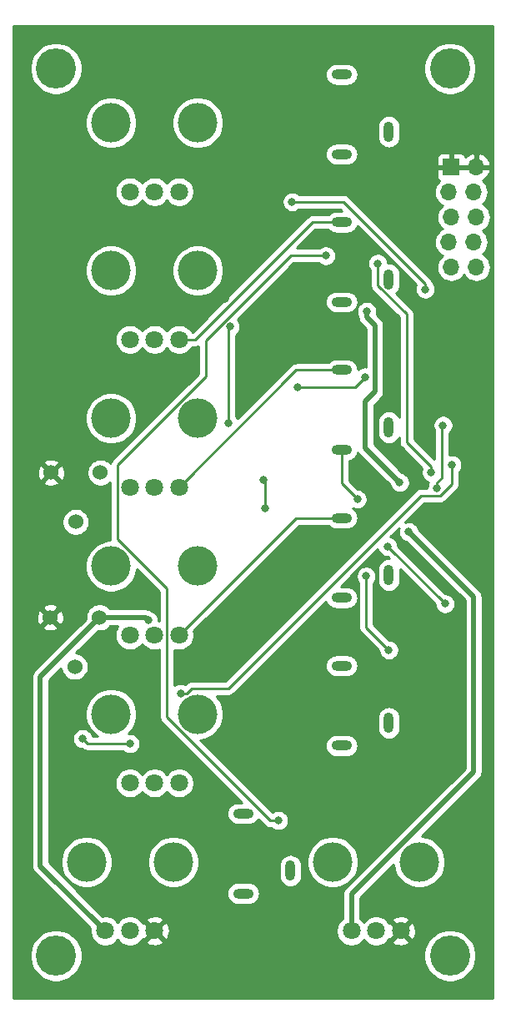
<source format=gbl>
G04 #@! TF.GenerationSoftware,KiCad,Pcbnew,(5.1.0)-1*
G04 #@! TF.CreationDate,2019-05-27T16:53:05-04:00*
G04 #@! TF.ProjectId,VCA,5643412e-6b69-4636-9164-5f7063625858,rev?*
G04 #@! TF.SameCoordinates,Original*
G04 #@! TF.FileFunction,Copper,L2,Bot*
G04 #@! TF.FilePolarity,Positive*
%FSLAX46Y46*%
G04 Gerber Fmt 4.6, Leading zero omitted, Abs format (unit mm)*
G04 Created by KiCad (PCBNEW (5.1.0)-1) date 2019-05-27 16:53:05*
%MOMM*%
%LPD*%
G04 APERTURE LIST*
%ADD10C,1.800000*%
%ADD11C,4.000000*%
%ADD12O,2.100000X1.000000*%
%ADD13O,1.000000X2.100000*%
%ADD14O,1.700000X1.700000*%
%ADD15R,1.700000X1.700000*%
%ADD16C,4.064000*%
%ADD17C,1.524000*%
%ADD18C,0.800000*%
%ADD19C,0.250000*%
%ADD20C,0.508000*%
%ADD21C,0.254000*%
G04 APERTURE END LIST*
D10*
X57500000Y-107500000D03*
X55000000Y-107500000D03*
X52500000Y-107500000D03*
D11*
X59400000Y-100500000D03*
X50600000Y-100500000D03*
D12*
X74000000Y-58700000D03*
D13*
X78800000Y-56400000D03*
D12*
X74000000Y-50600000D03*
X74000000Y-43700000D03*
D13*
X78800000Y-41400000D03*
D12*
X74000000Y-35600000D03*
X74000000Y-65600000D03*
D13*
X78800000Y-71400000D03*
D12*
X74000000Y-73700000D03*
X74000000Y-88700000D03*
D13*
X78800000Y-86400000D03*
D12*
X74000000Y-80600000D03*
X74000000Y-95600000D03*
D13*
X78800000Y-101400000D03*
D12*
X74000000Y-103700000D03*
D14*
X87667000Y-55160000D03*
X85127000Y-55160000D03*
X87413000Y-52620000D03*
X84873000Y-52620000D03*
X87667000Y-50080000D03*
X85127000Y-50080000D03*
X87413000Y-47540000D03*
X84873000Y-47540000D03*
X87667000Y-45000000D03*
D15*
X85127000Y-45000000D03*
D12*
X64000000Y-110600000D03*
D13*
X68800000Y-116400000D03*
D12*
X64000000Y-118700000D03*
D11*
X73100000Y-115500000D03*
X81900000Y-115500000D03*
D10*
X75000000Y-122500000D03*
X77500000Y-122500000D03*
X80000000Y-122500000D03*
D11*
X48100000Y-115500000D03*
X56900000Y-115500000D03*
D10*
X50000000Y-122500000D03*
X52500000Y-122500000D03*
X55000000Y-122500000D03*
D11*
X50600000Y-55500000D03*
X59400000Y-55500000D03*
D10*
X52500000Y-62500000D03*
X55000000Y-62500000D03*
X57500000Y-62500000D03*
X57500000Y-47500000D03*
X55000000Y-47500000D03*
X52500000Y-47500000D03*
D11*
X59400000Y-40500000D03*
X50600000Y-40500000D03*
X50600000Y-70500000D03*
X59400000Y-70500000D03*
D10*
X52500000Y-77500000D03*
X55000000Y-77500000D03*
X57500000Y-77500000D03*
X57500000Y-92500000D03*
X55000000Y-92500000D03*
X52500000Y-92500000D03*
D11*
X59400000Y-85500000D03*
X50600000Y-85500000D03*
D16*
X45000000Y-35000000D03*
X85000000Y-35000000D03*
X45000000Y-125000000D03*
X85000000Y-125000000D03*
D17*
X47000000Y-81000000D03*
X49500000Y-76000000D03*
X44500000Y-76000000D03*
X44400000Y-90700000D03*
X49400000Y-90700000D03*
X46900000Y-95700000D03*
D18*
X82500000Y-57400000D03*
X68975001Y-48525001D03*
X62500000Y-71000000D03*
X62700000Y-61200000D03*
X76400000Y-66300000D03*
X69500000Y-67300000D03*
X72400000Y-54000000D03*
X67600000Y-111300000D03*
X83120000Y-75980000D03*
X77675000Y-54775000D03*
X62175000Y-58375000D03*
X68800000Y-88100000D03*
X84700000Y-80800000D03*
X66100000Y-76700000D03*
X66200000Y-79600000D03*
X75600000Y-78700000D03*
X79900000Y-77000000D03*
X76554010Y-59654010D03*
X54400000Y-91000000D03*
X80800000Y-82000000D03*
X84500000Y-89300000D03*
X78700000Y-83500000D03*
X78800000Y-94000000D03*
X76500000Y-86500000D03*
X83700000Y-77600000D03*
X84300000Y-71200000D03*
X85200000Y-75200000D03*
X57700000Y-98400000D03*
X47700000Y-103000000D03*
X52500000Y-103500000D03*
D19*
X74190686Y-48525001D02*
X68975001Y-48525001D01*
X82500000Y-56834315D02*
X74190686Y-48525001D01*
X82500000Y-57400000D02*
X82500000Y-56834315D01*
X62500000Y-71000000D02*
X62500000Y-61400000D01*
X62500000Y-61400000D02*
X62700000Y-61200000D01*
X76400000Y-66300000D02*
X75400000Y-67300000D01*
X75400000Y-67300000D02*
X69500000Y-67300000D01*
X60200000Y-62626998D02*
X68826998Y-54000000D01*
X60200000Y-66258998D02*
X60200000Y-62626998D01*
X67600000Y-111300000D02*
X66758998Y-111300000D01*
X66758998Y-111300000D02*
X56274999Y-100816001D01*
X56274999Y-100816001D02*
X56274999Y-87733997D01*
X68826998Y-54000000D02*
X72400000Y-54000000D01*
X51274999Y-82733997D02*
X51274999Y-75183999D01*
X56274999Y-87733997D02*
X51274999Y-82733997D01*
X51274999Y-75183999D02*
X60200000Y-66258998D01*
X83120000Y-75414315D02*
X80600000Y-72894315D01*
X83120000Y-75980000D02*
X83120000Y-75414315D01*
X80600000Y-59916740D02*
X77700000Y-57016740D01*
X80600000Y-72894315D02*
X80600000Y-59916740D01*
X77700000Y-54800000D02*
X77675000Y-54775000D01*
X77700000Y-57016740D02*
X77700000Y-54800000D01*
X66200000Y-76800000D02*
X66100000Y-76700000D01*
X66200000Y-79600000D02*
X66200000Y-76800000D01*
X74000000Y-73700000D02*
X74000000Y-77100000D01*
X74000000Y-77100000D02*
X75600000Y-78700000D01*
D20*
X43400000Y-115900000D02*
X50000000Y-122500000D01*
X43400000Y-96700000D02*
X43400000Y-115900000D01*
X49400000Y-90700000D02*
X43400000Y-96700000D01*
X75000000Y-118768078D02*
X87400000Y-106368078D01*
X75000000Y-122500000D02*
X75000000Y-118768078D01*
X87400000Y-106368078D02*
X87400000Y-88600000D01*
X87400000Y-88600000D02*
X80800000Y-82000000D01*
X54100000Y-90700000D02*
X54400000Y-91000000D01*
X49400000Y-90700000D02*
X54100000Y-90700000D01*
X76554010Y-60219695D02*
X76554010Y-59654010D01*
X77400000Y-61065685D02*
X76554010Y-60219695D01*
X77400000Y-67800000D02*
X77400000Y-61065685D01*
X76400000Y-68800000D02*
X77400000Y-67800000D01*
X76400000Y-73500000D02*
X76400000Y-68800000D01*
X79900000Y-77000000D02*
X76400000Y-73500000D01*
D19*
X72700000Y-50600000D02*
X74000000Y-50600000D01*
X71023002Y-50600000D02*
X72700000Y-50600000D01*
X59123002Y-62500000D02*
X71023002Y-50600000D01*
X57500000Y-62500000D02*
X59123002Y-62500000D01*
X69400000Y-65600000D02*
X74000000Y-65600000D01*
X57500000Y-77500000D02*
X69400000Y-65600000D01*
X69400000Y-80600000D02*
X74000000Y-80600000D01*
X57500000Y-92500000D02*
X69400000Y-80600000D01*
X84500000Y-89300000D02*
X78700000Y-83500000D01*
X78800000Y-94000000D02*
X76500000Y-91700000D01*
X76500000Y-91700000D02*
X76500000Y-86500000D01*
X83700000Y-77034315D02*
X84200000Y-76534315D01*
X83700000Y-77600000D02*
X83700000Y-77034315D01*
X84200000Y-71300000D02*
X84300000Y-71200000D01*
X84200000Y-76534315D02*
X84200000Y-71300000D01*
X82074999Y-78325001D02*
X62500000Y-97900000D01*
X84048001Y-78325001D02*
X82074999Y-78325001D01*
X85200000Y-75200000D02*
X85200000Y-77173002D01*
X85200000Y-77173002D02*
X84048001Y-78325001D01*
X52500000Y-103500000D02*
X48200000Y-103500000D01*
X48200000Y-103500000D02*
X47700000Y-103000000D01*
X58765685Y-97900000D02*
X60600000Y-97900000D01*
X58265685Y-98400000D02*
X58765685Y-97900000D01*
X57700000Y-98400000D02*
X58265685Y-98400000D01*
X62500000Y-97900000D02*
X60600000Y-97900000D01*
D21*
G36*
X89340000Y-129340000D02*
G01*
X40660000Y-129340000D01*
X40660000Y-124737323D01*
X42333000Y-124737323D01*
X42333000Y-125262677D01*
X42435492Y-125777935D01*
X42636536Y-126263298D01*
X42928406Y-126700113D01*
X43299887Y-127071594D01*
X43736702Y-127363464D01*
X44222065Y-127564508D01*
X44737323Y-127667000D01*
X45262677Y-127667000D01*
X45777935Y-127564508D01*
X46263298Y-127363464D01*
X46700113Y-127071594D01*
X47071594Y-126700113D01*
X47363464Y-126263298D01*
X47564508Y-125777935D01*
X47667000Y-125262677D01*
X47667000Y-124737323D01*
X82333000Y-124737323D01*
X82333000Y-125262677D01*
X82435492Y-125777935D01*
X82636536Y-126263298D01*
X82928406Y-126700113D01*
X83299887Y-127071594D01*
X83736702Y-127363464D01*
X84222065Y-127564508D01*
X84737323Y-127667000D01*
X85262677Y-127667000D01*
X85777935Y-127564508D01*
X86263298Y-127363464D01*
X86700113Y-127071594D01*
X87071594Y-126700113D01*
X87363464Y-126263298D01*
X87564508Y-125777935D01*
X87667000Y-125262677D01*
X87667000Y-124737323D01*
X87564508Y-124222065D01*
X87363464Y-123736702D01*
X87071594Y-123299887D01*
X86700113Y-122928406D01*
X86263298Y-122636536D01*
X85777935Y-122435492D01*
X85262677Y-122333000D01*
X84737323Y-122333000D01*
X84222065Y-122435492D01*
X83736702Y-122636536D01*
X83299887Y-122928406D01*
X82928406Y-123299887D01*
X82636536Y-123736702D01*
X82435492Y-124222065D01*
X82333000Y-124737323D01*
X47667000Y-124737323D01*
X47564508Y-124222065D01*
X47363464Y-123736702D01*
X47071594Y-123299887D01*
X46700113Y-122928406D01*
X46263298Y-122636536D01*
X45777935Y-122435492D01*
X45262677Y-122333000D01*
X44737323Y-122333000D01*
X44222065Y-122435492D01*
X43736702Y-122636536D01*
X43299887Y-122928406D01*
X42928406Y-123299887D01*
X42636536Y-123736702D01*
X42435492Y-124222065D01*
X42333000Y-124737323D01*
X40660000Y-124737323D01*
X40660000Y-96700000D01*
X42506700Y-96700000D01*
X42511000Y-96743660D01*
X42511001Y-115856330D01*
X42506700Y-115900000D01*
X42523864Y-116074274D01*
X42574698Y-116241852D01*
X42588996Y-116268601D01*
X42657248Y-116396291D01*
X42768342Y-116531659D01*
X42802259Y-116559494D01*
X48486001Y-122243237D01*
X48465000Y-122348816D01*
X48465000Y-122651184D01*
X48523989Y-122947743D01*
X48639701Y-123227095D01*
X48807688Y-123478505D01*
X49021495Y-123692312D01*
X49272905Y-123860299D01*
X49552257Y-123976011D01*
X49848816Y-124035000D01*
X50151184Y-124035000D01*
X50447743Y-123976011D01*
X50727095Y-123860299D01*
X50978505Y-123692312D01*
X51192312Y-123478505D01*
X51250000Y-123392169D01*
X51307688Y-123478505D01*
X51521495Y-123692312D01*
X51772905Y-123860299D01*
X52052257Y-123976011D01*
X52348816Y-124035000D01*
X52651184Y-124035000D01*
X52947743Y-123976011D01*
X53227095Y-123860299D01*
X53478505Y-123692312D01*
X53606737Y-123564080D01*
X54115525Y-123564080D01*
X54199208Y-123818261D01*
X54471775Y-123949158D01*
X54764642Y-124024365D01*
X55066553Y-124040991D01*
X55365907Y-123998397D01*
X55651199Y-123898222D01*
X55800792Y-123818261D01*
X55884475Y-123564080D01*
X55000000Y-122679605D01*
X54115525Y-123564080D01*
X53606737Y-123564080D01*
X53692312Y-123478505D01*
X53787738Y-123335690D01*
X53935920Y-123384475D01*
X54820395Y-122500000D01*
X55179605Y-122500000D01*
X56064080Y-123384475D01*
X56318261Y-123300792D01*
X56449158Y-123028225D01*
X56524365Y-122735358D01*
X56540991Y-122433447D01*
X56498397Y-122134093D01*
X56398222Y-121848801D01*
X56318261Y-121699208D01*
X56064080Y-121615525D01*
X55179605Y-122500000D01*
X54820395Y-122500000D01*
X53935920Y-121615525D01*
X53787738Y-121664310D01*
X53692312Y-121521495D01*
X53606737Y-121435920D01*
X54115525Y-121435920D01*
X55000000Y-122320395D01*
X55884475Y-121435920D01*
X55800792Y-121181739D01*
X55528225Y-121050842D01*
X55235358Y-120975635D01*
X54933447Y-120959009D01*
X54634093Y-121001603D01*
X54348801Y-121101778D01*
X54199208Y-121181739D01*
X54115525Y-121435920D01*
X53606737Y-121435920D01*
X53478505Y-121307688D01*
X53227095Y-121139701D01*
X52947743Y-121023989D01*
X52651184Y-120965000D01*
X52348816Y-120965000D01*
X52052257Y-121023989D01*
X51772905Y-121139701D01*
X51521495Y-121307688D01*
X51307688Y-121521495D01*
X51250000Y-121607831D01*
X51192312Y-121521495D01*
X50978505Y-121307688D01*
X50727095Y-121139701D01*
X50447743Y-121023989D01*
X50151184Y-120965000D01*
X49848816Y-120965000D01*
X49743237Y-120986001D01*
X47457236Y-118700000D01*
X62309509Y-118700000D01*
X62331423Y-118922499D01*
X62396324Y-119136447D01*
X62501716Y-119333623D01*
X62643551Y-119506449D01*
X62816377Y-119648284D01*
X63013553Y-119753676D01*
X63227501Y-119818577D01*
X63394248Y-119835000D01*
X64605752Y-119835000D01*
X64772499Y-119818577D01*
X64986447Y-119753676D01*
X65183623Y-119648284D01*
X65356449Y-119506449D01*
X65498284Y-119333623D01*
X65603676Y-119136447D01*
X65668577Y-118922499D01*
X65690491Y-118700000D01*
X65668577Y-118477501D01*
X65603676Y-118263553D01*
X65498284Y-118066377D01*
X65356449Y-117893551D01*
X65183623Y-117751716D01*
X64986447Y-117646324D01*
X64772499Y-117581423D01*
X64605752Y-117565000D01*
X63394248Y-117565000D01*
X63227501Y-117581423D01*
X63013553Y-117646324D01*
X62816377Y-117751716D01*
X62643551Y-117893551D01*
X62501716Y-118066377D01*
X62396324Y-118263553D01*
X62331423Y-118477501D01*
X62309509Y-118700000D01*
X47457236Y-118700000D01*
X44289000Y-115531765D01*
X44289000Y-115240475D01*
X45465000Y-115240475D01*
X45465000Y-115759525D01*
X45566261Y-116268601D01*
X45764893Y-116748141D01*
X46053262Y-117179715D01*
X46420285Y-117546738D01*
X46851859Y-117835107D01*
X47331399Y-118033739D01*
X47840475Y-118135000D01*
X48359525Y-118135000D01*
X48868601Y-118033739D01*
X49348141Y-117835107D01*
X49779715Y-117546738D01*
X50146738Y-117179715D01*
X50435107Y-116748141D01*
X50633739Y-116268601D01*
X50735000Y-115759525D01*
X50735000Y-115240475D01*
X54265000Y-115240475D01*
X54265000Y-115759525D01*
X54366261Y-116268601D01*
X54564893Y-116748141D01*
X54853262Y-117179715D01*
X55220285Y-117546738D01*
X55651859Y-117835107D01*
X56131399Y-118033739D01*
X56640475Y-118135000D01*
X57159525Y-118135000D01*
X57668601Y-118033739D01*
X58148141Y-117835107D01*
X58579715Y-117546738D01*
X58946738Y-117179715D01*
X59235107Y-116748141D01*
X59433739Y-116268601D01*
X59528093Y-115794249D01*
X67665000Y-115794249D01*
X67665000Y-117005752D01*
X67681423Y-117172499D01*
X67746324Y-117386447D01*
X67851717Y-117583623D01*
X67993552Y-117756449D01*
X68166378Y-117898284D01*
X68363554Y-118003676D01*
X68577502Y-118068577D01*
X68800000Y-118090491D01*
X69022499Y-118068577D01*
X69236447Y-118003676D01*
X69433623Y-117898284D01*
X69606449Y-117756449D01*
X69748284Y-117583623D01*
X69853676Y-117386447D01*
X69918577Y-117172499D01*
X69935000Y-117005752D01*
X69935000Y-115794248D01*
X69918577Y-115627501D01*
X69853676Y-115413553D01*
X69761165Y-115240475D01*
X70465000Y-115240475D01*
X70465000Y-115759525D01*
X70566261Y-116268601D01*
X70764893Y-116748141D01*
X71053262Y-117179715D01*
X71420285Y-117546738D01*
X71851859Y-117835107D01*
X72331399Y-118033739D01*
X72840475Y-118135000D01*
X73359525Y-118135000D01*
X73868601Y-118033739D01*
X74348141Y-117835107D01*
X74779715Y-117546738D01*
X75146738Y-117179715D01*
X75435107Y-116748141D01*
X75633739Y-116268601D01*
X75735000Y-115759525D01*
X75735000Y-115240475D01*
X75633739Y-114731399D01*
X75435107Y-114251859D01*
X75146738Y-113820285D01*
X74779715Y-113453262D01*
X74348141Y-113164893D01*
X73868601Y-112966261D01*
X73359525Y-112865000D01*
X72840475Y-112865000D01*
X72331399Y-112966261D01*
X71851859Y-113164893D01*
X71420285Y-113453262D01*
X71053262Y-113820285D01*
X70764893Y-114251859D01*
X70566261Y-114731399D01*
X70465000Y-115240475D01*
X69761165Y-115240475D01*
X69748284Y-115216377D01*
X69606449Y-115043551D01*
X69433623Y-114901716D01*
X69236446Y-114796324D01*
X69022498Y-114731423D01*
X68800000Y-114709509D01*
X68577501Y-114731423D01*
X68363553Y-114796324D01*
X68166377Y-114901716D01*
X67993551Y-115043551D01*
X67851716Y-115216377D01*
X67746324Y-115413554D01*
X67681423Y-115627502D01*
X67665000Y-115794249D01*
X59528093Y-115794249D01*
X59535000Y-115759525D01*
X59535000Y-115240475D01*
X59433739Y-114731399D01*
X59235107Y-114251859D01*
X58946738Y-113820285D01*
X58579715Y-113453262D01*
X58148141Y-113164893D01*
X57668601Y-112966261D01*
X57159525Y-112865000D01*
X56640475Y-112865000D01*
X56131399Y-112966261D01*
X55651859Y-113164893D01*
X55220285Y-113453262D01*
X54853262Y-113820285D01*
X54564893Y-114251859D01*
X54366261Y-114731399D01*
X54265000Y-115240475D01*
X50735000Y-115240475D01*
X50633739Y-114731399D01*
X50435107Y-114251859D01*
X50146738Y-113820285D01*
X49779715Y-113453262D01*
X49348141Y-113164893D01*
X48868601Y-112966261D01*
X48359525Y-112865000D01*
X47840475Y-112865000D01*
X47331399Y-112966261D01*
X46851859Y-113164893D01*
X46420285Y-113453262D01*
X46053262Y-113820285D01*
X45764893Y-114251859D01*
X45566261Y-114731399D01*
X45465000Y-115240475D01*
X44289000Y-115240475D01*
X44289000Y-107348816D01*
X50965000Y-107348816D01*
X50965000Y-107651184D01*
X51023989Y-107947743D01*
X51139701Y-108227095D01*
X51307688Y-108478505D01*
X51521495Y-108692312D01*
X51772905Y-108860299D01*
X52052257Y-108976011D01*
X52348816Y-109035000D01*
X52651184Y-109035000D01*
X52947743Y-108976011D01*
X53227095Y-108860299D01*
X53478505Y-108692312D01*
X53692312Y-108478505D01*
X53750000Y-108392169D01*
X53807688Y-108478505D01*
X54021495Y-108692312D01*
X54272905Y-108860299D01*
X54552257Y-108976011D01*
X54848816Y-109035000D01*
X55151184Y-109035000D01*
X55447743Y-108976011D01*
X55727095Y-108860299D01*
X55978505Y-108692312D01*
X56192312Y-108478505D01*
X56250000Y-108392169D01*
X56307688Y-108478505D01*
X56521495Y-108692312D01*
X56772905Y-108860299D01*
X57052257Y-108976011D01*
X57348816Y-109035000D01*
X57651184Y-109035000D01*
X57947743Y-108976011D01*
X58227095Y-108860299D01*
X58478505Y-108692312D01*
X58692312Y-108478505D01*
X58860299Y-108227095D01*
X58976011Y-107947743D01*
X59035000Y-107651184D01*
X59035000Y-107348816D01*
X58976011Y-107052257D01*
X58860299Y-106772905D01*
X58692312Y-106521495D01*
X58478505Y-106307688D01*
X58227095Y-106139701D01*
X57947743Y-106023989D01*
X57651184Y-105965000D01*
X57348816Y-105965000D01*
X57052257Y-106023989D01*
X56772905Y-106139701D01*
X56521495Y-106307688D01*
X56307688Y-106521495D01*
X56250000Y-106607831D01*
X56192312Y-106521495D01*
X55978505Y-106307688D01*
X55727095Y-106139701D01*
X55447743Y-106023989D01*
X55151184Y-105965000D01*
X54848816Y-105965000D01*
X54552257Y-106023989D01*
X54272905Y-106139701D01*
X54021495Y-106307688D01*
X53807688Y-106521495D01*
X53750000Y-106607831D01*
X53692312Y-106521495D01*
X53478505Y-106307688D01*
X53227095Y-106139701D01*
X52947743Y-106023989D01*
X52651184Y-105965000D01*
X52348816Y-105965000D01*
X52052257Y-106023989D01*
X51772905Y-106139701D01*
X51521495Y-106307688D01*
X51307688Y-106521495D01*
X51139701Y-106772905D01*
X51023989Y-107052257D01*
X50965000Y-107348816D01*
X44289000Y-107348816D01*
X44289000Y-102898061D01*
X46665000Y-102898061D01*
X46665000Y-103101939D01*
X46704774Y-103301898D01*
X46782795Y-103490256D01*
X46896063Y-103659774D01*
X47040226Y-103803937D01*
X47209744Y-103917205D01*
X47398102Y-103995226D01*
X47598061Y-104035000D01*
X47655895Y-104035000D01*
X47659999Y-104040001D01*
X47775724Y-104134974D01*
X47907753Y-104205546D01*
X48051014Y-104249003D01*
X48162667Y-104260000D01*
X48162675Y-104260000D01*
X48200000Y-104263676D01*
X48237325Y-104260000D01*
X51796289Y-104260000D01*
X51840226Y-104303937D01*
X52009744Y-104417205D01*
X52198102Y-104495226D01*
X52398061Y-104535000D01*
X52601939Y-104535000D01*
X52801898Y-104495226D01*
X52990256Y-104417205D01*
X53159774Y-104303937D01*
X53303937Y-104159774D01*
X53417205Y-103990256D01*
X53495226Y-103801898D01*
X53535000Y-103601939D01*
X53535000Y-103398061D01*
X53495226Y-103198102D01*
X53417205Y-103009744D01*
X53303937Y-102840226D01*
X53159774Y-102696063D01*
X52990256Y-102582795D01*
X52801898Y-102504774D01*
X52601939Y-102465000D01*
X52398061Y-102465000D01*
X52352363Y-102474090D01*
X52646738Y-102179715D01*
X52935107Y-101748141D01*
X53133739Y-101268601D01*
X53235000Y-100759525D01*
X53235000Y-100240475D01*
X53133739Y-99731399D01*
X52935107Y-99251859D01*
X52646738Y-98820285D01*
X52279715Y-98453262D01*
X51848141Y-98164893D01*
X51368601Y-97966261D01*
X50859525Y-97865000D01*
X50340475Y-97865000D01*
X49831399Y-97966261D01*
X49351859Y-98164893D01*
X48920285Y-98453262D01*
X48553262Y-98820285D01*
X48264893Y-99251859D01*
X48066261Y-99731399D01*
X47965000Y-100240475D01*
X47965000Y-100759525D01*
X48066261Y-101268601D01*
X48264893Y-101748141D01*
X48553262Y-102179715D01*
X48920285Y-102546738D01*
X49209522Y-102740000D01*
X48703560Y-102740000D01*
X48695226Y-102698102D01*
X48617205Y-102509744D01*
X48503937Y-102340226D01*
X48359774Y-102196063D01*
X48190256Y-102082795D01*
X48001898Y-102004774D01*
X47801939Y-101965000D01*
X47598061Y-101965000D01*
X47398102Y-102004774D01*
X47209744Y-102082795D01*
X47040226Y-102196063D01*
X46896063Y-102340226D01*
X46782795Y-102509744D01*
X46704774Y-102698102D01*
X46665000Y-102898061D01*
X44289000Y-102898061D01*
X44289000Y-97068235D01*
X45505761Y-95851474D01*
X45556686Y-96107490D01*
X45661995Y-96361727D01*
X45814880Y-96590535D01*
X46009465Y-96785120D01*
X46238273Y-96938005D01*
X46492510Y-97043314D01*
X46762408Y-97097000D01*
X47037592Y-97097000D01*
X47307490Y-97043314D01*
X47561727Y-96938005D01*
X47790535Y-96785120D01*
X47985120Y-96590535D01*
X48138005Y-96361727D01*
X48243314Y-96107490D01*
X48297000Y-95837592D01*
X48297000Y-95562408D01*
X48243314Y-95292510D01*
X48138005Y-95038273D01*
X47985120Y-94809465D01*
X47790535Y-94614880D01*
X47561727Y-94461995D01*
X47307490Y-94356686D01*
X47051474Y-94305761D01*
X49260596Y-92096639D01*
X49262408Y-92097000D01*
X49537592Y-92097000D01*
X49807490Y-92043314D01*
X50061727Y-91938005D01*
X50290535Y-91785120D01*
X50485120Y-91590535D01*
X50486146Y-91589000D01*
X51262583Y-91589000D01*
X51139701Y-91772905D01*
X51023989Y-92052257D01*
X50965000Y-92348816D01*
X50965000Y-92651184D01*
X51023989Y-92947743D01*
X51139701Y-93227095D01*
X51307688Y-93478505D01*
X51521495Y-93692312D01*
X51772905Y-93860299D01*
X52052257Y-93976011D01*
X52348816Y-94035000D01*
X52651184Y-94035000D01*
X52947743Y-93976011D01*
X53227095Y-93860299D01*
X53478505Y-93692312D01*
X53692312Y-93478505D01*
X53750000Y-93392169D01*
X53807688Y-93478505D01*
X54021495Y-93692312D01*
X54272905Y-93860299D01*
X54552257Y-93976011D01*
X54848816Y-94035000D01*
X55151184Y-94035000D01*
X55447743Y-93976011D01*
X55515000Y-93948152D01*
X55514999Y-100778679D01*
X55511323Y-100816001D01*
X55514999Y-100853323D01*
X55514999Y-100853333D01*
X55525996Y-100964986D01*
X55569453Y-101108247D01*
X55640025Y-101240277D01*
X55679870Y-101288827D01*
X55734998Y-101356002D01*
X55764002Y-101379805D01*
X63849196Y-109465000D01*
X63394248Y-109465000D01*
X63227501Y-109481423D01*
X63013553Y-109546324D01*
X62816377Y-109651716D01*
X62643551Y-109793551D01*
X62501716Y-109966377D01*
X62396324Y-110163553D01*
X62331423Y-110377501D01*
X62309509Y-110600000D01*
X62331423Y-110822499D01*
X62396324Y-111036447D01*
X62501716Y-111233623D01*
X62643551Y-111406449D01*
X62816377Y-111548284D01*
X63013553Y-111653676D01*
X63227501Y-111718577D01*
X63394248Y-111735000D01*
X64605752Y-111735000D01*
X64772499Y-111718577D01*
X64986447Y-111653676D01*
X65183623Y-111548284D01*
X65356449Y-111406449D01*
X65498284Y-111233623D01*
X65539921Y-111155725D01*
X66195199Y-111811003D01*
X66218997Y-111840001D01*
X66247995Y-111863799D01*
X66334722Y-111934974D01*
X66466751Y-112005546D01*
X66610012Y-112049003D01*
X66758998Y-112063677D01*
X66796331Y-112060000D01*
X66896289Y-112060000D01*
X66940226Y-112103937D01*
X67109744Y-112217205D01*
X67298102Y-112295226D01*
X67498061Y-112335000D01*
X67701939Y-112335000D01*
X67901898Y-112295226D01*
X68090256Y-112217205D01*
X68259774Y-112103937D01*
X68403937Y-111959774D01*
X68517205Y-111790256D01*
X68595226Y-111601898D01*
X68635000Y-111401939D01*
X68635000Y-111198061D01*
X68595226Y-110998102D01*
X68517205Y-110809744D01*
X68403937Y-110640226D01*
X68259774Y-110496063D01*
X68090256Y-110382795D01*
X67901898Y-110304774D01*
X67701939Y-110265000D01*
X67498061Y-110265000D01*
X67298102Y-110304774D01*
X67109744Y-110382795D01*
X66993959Y-110460160D01*
X60233800Y-103700000D01*
X72309509Y-103700000D01*
X72331423Y-103922499D01*
X72396324Y-104136447D01*
X72501716Y-104333623D01*
X72643551Y-104506449D01*
X72816377Y-104648284D01*
X73013553Y-104753676D01*
X73227501Y-104818577D01*
X73394248Y-104835000D01*
X74605752Y-104835000D01*
X74772499Y-104818577D01*
X74986447Y-104753676D01*
X75183623Y-104648284D01*
X75356449Y-104506449D01*
X75498284Y-104333623D01*
X75603676Y-104136447D01*
X75668577Y-103922499D01*
X75690491Y-103700000D01*
X75668577Y-103477501D01*
X75603676Y-103263553D01*
X75498284Y-103066377D01*
X75356449Y-102893551D01*
X75183623Y-102751716D01*
X74986447Y-102646324D01*
X74772499Y-102581423D01*
X74605752Y-102565000D01*
X73394248Y-102565000D01*
X73227501Y-102581423D01*
X73013553Y-102646324D01*
X72816377Y-102751716D01*
X72643551Y-102893551D01*
X72501716Y-103066377D01*
X72396324Y-103263553D01*
X72331423Y-103477501D01*
X72309509Y-103700000D01*
X60233800Y-103700000D01*
X59667261Y-103133461D01*
X60168601Y-103033739D01*
X60648141Y-102835107D01*
X61079715Y-102546738D01*
X61446738Y-102179715D01*
X61735107Y-101748141D01*
X61933739Y-101268601D01*
X62028093Y-100794249D01*
X77665000Y-100794249D01*
X77665000Y-102005752D01*
X77681423Y-102172499D01*
X77746324Y-102386447D01*
X77851717Y-102583623D01*
X77993552Y-102756449D01*
X78166378Y-102898284D01*
X78363554Y-103003676D01*
X78577502Y-103068577D01*
X78800000Y-103090491D01*
X79022499Y-103068577D01*
X79236447Y-103003676D01*
X79433623Y-102898284D01*
X79606449Y-102756449D01*
X79748284Y-102583623D01*
X79853676Y-102386447D01*
X79918577Y-102172499D01*
X79935000Y-102005752D01*
X79935000Y-100794248D01*
X79918577Y-100627501D01*
X79853676Y-100413553D01*
X79748284Y-100216377D01*
X79606449Y-100043551D01*
X79433623Y-99901716D01*
X79236446Y-99796324D01*
X79022498Y-99731423D01*
X78800000Y-99709509D01*
X78577501Y-99731423D01*
X78363553Y-99796324D01*
X78166377Y-99901716D01*
X77993551Y-100043551D01*
X77851716Y-100216377D01*
X77746324Y-100413554D01*
X77681423Y-100627502D01*
X77665000Y-100794249D01*
X62028093Y-100794249D01*
X62035000Y-100759525D01*
X62035000Y-100240475D01*
X61933739Y-99731399D01*
X61735107Y-99251859D01*
X61446738Y-98820285D01*
X61286453Y-98660000D01*
X62462678Y-98660000D01*
X62500000Y-98663676D01*
X62537322Y-98660000D01*
X62537333Y-98660000D01*
X62648986Y-98649003D01*
X62792247Y-98605546D01*
X62924276Y-98534974D01*
X63040001Y-98440001D01*
X63063804Y-98410997D01*
X65874801Y-95600000D01*
X72309509Y-95600000D01*
X72331423Y-95822499D01*
X72396324Y-96036447D01*
X72501716Y-96233623D01*
X72643551Y-96406449D01*
X72816377Y-96548284D01*
X73013553Y-96653676D01*
X73227501Y-96718577D01*
X73394248Y-96735000D01*
X74605752Y-96735000D01*
X74772499Y-96718577D01*
X74986447Y-96653676D01*
X75183623Y-96548284D01*
X75356449Y-96406449D01*
X75498284Y-96233623D01*
X75603676Y-96036447D01*
X75668577Y-95822499D01*
X75690491Y-95600000D01*
X75668577Y-95377501D01*
X75603676Y-95163553D01*
X75498284Y-94966377D01*
X75356449Y-94793551D01*
X75183623Y-94651716D01*
X74986447Y-94546324D01*
X74772499Y-94481423D01*
X74605752Y-94465000D01*
X73394248Y-94465000D01*
X73227501Y-94481423D01*
X73013553Y-94546324D01*
X72816377Y-94651716D01*
X72643551Y-94793551D01*
X72501716Y-94966377D01*
X72396324Y-95163553D01*
X72331423Y-95377501D01*
X72309509Y-95600000D01*
X65874801Y-95600000D01*
X72382832Y-89091970D01*
X72396324Y-89136447D01*
X72501716Y-89333623D01*
X72643551Y-89506449D01*
X72816377Y-89648284D01*
X73013553Y-89753676D01*
X73227501Y-89818577D01*
X73394248Y-89835000D01*
X74605752Y-89835000D01*
X74772499Y-89818577D01*
X74986447Y-89753676D01*
X75183623Y-89648284D01*
X75356449Y-89506449D01*
X75498284Y-89333623D01*
X75603676Y-89136447D01*
X75668577Y-88922499D01*
X75690491Y-88700000D01*
X75668577Y-88477501D01*
X75603676Y-88263553D01*
X75498284Y-88066377D01*
X75356449Y-87893551D01*
X75183623Y-87751716D01*
X74986447Y-87646324D01*
X74772499Y-87581423D01*
X74605752Y-87565000D01*
X73909802Y-87565000D01*
X75076740Y-86398061D01*
X75465000Y-86398061D01*
X75465000Y-86601939D01*
X75504774Y-86801898D01*
X75582795Y-86990256D01*
X75696063Y-87159774D01*
X75740001Y-87203712D01*
X75740000Y-91662677D01*
X75736324Y-91700000D01*
X75740000Y-91737322D01*
X75740000Y-91737332D01*
X75750997Y-91848985D01*
X75786989Y-91967636D01*
X75794454Y-91992246D01*
X75865026Y-92124276D01*
X75904871Y-92172826D01*
X75959999Y-92240001D01*
X75989003Y-92263804D01*
X77765000Y-94039802D01*
X77765000Y-94101939D01*
X77804774Y-94301898D01*
X77882795Y-94490256D01*
X77996063Y-94659774D01*
X78140226Y-94803937D01*
X78309744Y-94917205D01*
X78498102Y-94995226D01*
X78698061Y-95035000D01*
X78901939Y-95035000D01*
X79101898Y-94995226D01*
X79290256Y-94917205D01*
X79459774Y-94803937D01*
X79603937Y-94659774D01*
X79717205Y-94490256D01*
X79795226Y-94301898D01*
X79835000Y-94101939D01*
X79835000Y-93898061D01*
X79795226Y-93698102D01*
X79717205Y-93509744D01*
X79603937Y-93340226D01*
X79459774Y-93196063D01*
X79290256Y-93082795D01*
X79101898Y-93004774D01*
X78901939Y-92965000D01*
X78839802Y-92965000D01*
X77260000Y-91385199D01*
X77260000Y-87203711D01*
X77303937Y-87159774D01*
X77417205Y-86990256D01*
X77495226Y-86801898D01*
X77535000Y-86601939D01*
X77535000Y-86398061D01*
X77495226Y-86198102D01*
X77417205Y-86009744D01*
X77303937Y-85840226D01*
X77159774Y-85696063D01*
X76990256Y-85582795D01*
X76801898Y-85504774D01*
X76601939Y-85465000D01*
X76398061Y-85465000D01*
X76198102Y-85504774D01*
X76009744Y-85582795D01*
X75840226Y-85696063D01*
X75696063Y-85840226D01*
X75582795Y-86009744D01*
X75504774Y-86198102D01*
X75465000Y-86398061D01*
X75076740Y-86398061D01*
X77699486Y-83775315D01*
X77704774Y-83801898D01*
X77782795Y-83990256D01*
X77896063Y-84159774D01*
X78040226Y-84303937D01*
X78209744Y-84417205D01*
X78398102Y-84495226D01*
X78598061Y-84535000D01*
X78660199Y-84535000D01*
X78838500Y-84713301D01*
X78800000Y-84709509D01*
X78577501Y-84731423D01*
X78363553Y-84796324D01*
X78166377Y-84901716D01*
X77993551Y-85043551D01*
X77851716Y-85216377D01*
X77746324Y-85413554D01*
X77681423Y-85627502D01*
X77665000Y-85794249D01*
X77665000Y-87005752D01*
X77681423Y-87172499D01*
X77746324Y-87386447D01*
X77851717Y-87583623D01*
X77993552Y-87756449D01*
X78166378Y-87898284D01*
X78363554Y-88003676D01*
X78577502Y-88068577D01*
X78800000Y-88090491D01*
X79022499Y-88068577D01*
X79236447Y-88003676D01*
X79433623Y-87898284D01*
X79606449Y-87756449D01*
X79748284Y-87583623D01*
X79853676Y-87386447D01*
X79918577Y-87172499D01*
X79935000Y-87005752D01*
X79935000Y-85809801D01*
X83465000Y-89339802D01*
X83465000Y-89401939D01*
X83504774Y-89601898D01*
X83582795Y-89790256D01*
X83696063Y-89959774D01*
X83840226Y-90103937D01*
X84009744Y-90217205D01*
X84198102Y-90295226D01*
X84398061Y-90335000D01*
X84601939Y-90335000D01*
X84801898Y-90295226D01*
X84990256Y-90217205D01*
X85159774Y-90103937D01*
X85303937Y-89959774D01*
X85417205Y-89790256D01*
X85495226Y-89601898D01*
X85535000Y-89401939D01*
X85535000Y-89198061D01*
X85495226Y-88998102D01*
X85417205Y-88809744D01*
X85303937Y-88640226D01*
X85159774Y-88496063D01*
X84990256Y-88382795D01*
X84801898Y-88304774D01*
X84601939Y-88265000D01*
X84539802Y-88265000D01*
X79735000Y-83460199D01*
X79735000Y-83398061D01*
X79695226Y-83198102D01*
X79617205Y-83009744D01*
X79503937Y-82840226D01*
X79359774Y-82696063D01*
X79190256Y-82582795D01*
X79001898Y-82504774D01*
X78975315Y-82499486D01*
X79824626Y-81650176D01*
X79804774Y-81698102D01*
X79765000Y-81898061D01*
X79765000Y-82101939D01*
X79804774Y-82301898D01*
X79882795Y-82490256D01*
X79996063Y-82659774D01*
X80140226Y-82803937D01*
X80309744Y-82917205D01*
X80498102Y-82995226D01*
X80547895Y-83005130D01*
X86511001Y-88968237D01*
X86511000Y-105999842D01*
X74402259Y-118108584D01*
X74368342Y-118136419D01*
X74340507Y-118170336D01*
X74340505Y-118170338D01*
X74257248Y-118271787D01*
X74174698Y-118426226D01*
X74123864Y-118593804D01*
X74106700Y-118768078D01*
X74111001Y-118811748D01*
X74111000Y-121247882D01*
X74021495Y-121307688D01*
X73807688Y-121521495D01*
X73639701Y-121772905D01*
X73523989Y-122052257D01*
X73465000Y-122348816D01*
X73465000Y-122651184D01*
X73523989Y-122947743D01*
X73639701Y-123227095D01*
X73807688Y-123478505D01*
X74021495Y-123692312D01*
X74272905Y-123860299D01*
X74552257Y-123976011D01*
X74848816Y-124035000D01*
X75151184Y-124035000D01*
X75447743Y-123976011D01*
X75727095Y-123860299D01*
X75978505Y-123692312D01*
X76192312Y-123478505D01*
X76250000Y-123392169D01*
X76307688Y-123478505D01*
X76521495Y-123692312D01*
X76772905Y-123860299D01*
X77052257Y-123976011D01*
X77348816Y-124035000D01*
X77651184Y-124035000D01*
X77947743Y-123976011D01*
X78227095Y-123860299D01*
X78478505Y-123692312D01*
X78606737Y-123564080D01*
X79115525Y-123564080D01*
X79199208Y-123818261D01*
X79471775Y-123949158D01*
X79764642Y-124024365D01*
X80066553Y-124040991D01*
X80365907Y-123998397D01*
X80651199Y-123898222D01*
X80800792Y-123818261D01*
X80884475Y-123564080D01*
X80000000Y-122679605D01*
X79115525Y-123564080D01*
X78606737Y-123564080D01*
X78692312Y-123478505D01*
X78787738Y-123335690D01*
X78935920Y-123384475D01*
X79820395Y-122500000D01*
X80179605Y-122500000D01*
X81064080Y-123384475D01*
X81318261Y-123300792D01*
X81449158Y-123028225D01*
X81524365Y-122735358D01*
X81540991Y-122433447D01*
X81498397Y-122134093D01*
X81398222Y-121848801D01*
X81318261Y-121699208D01*
X81064080Y-121615525D01*
X80179605Y-122500000D01*
X79820395Y-122500000D01*
X78935920Y-121615525D01*
X78787738Y-121664310D01*
X78692312Y-121521495D01*
X78606737Y-121435920D01*
X79115525Y-121435920D01*
X80000000Y-122320395D01*
X80884475Y-121435920D01*
X80800792Y-121181739D01*
X80528225Y-121050842D01*
X80235358Y-120975635D01*
X79933447Y-120959009D01*
X79634093Y-121001603D01*
X79348801Y-121101778D01*
X79199208Y-121181739D01*
X79115525Y-121435920D01*
X78606737Y-121435920D01*
X78478505Y-121307688D01*
X78227095Y-121139701D01*
X77947743Y-121023989D01*
X77651184Y-120965000D01*
X77348816Y-120965000D01*
X77052257Y-121023989D01*
X76772905Y-121139701D01*
X76521495Y-121307688D01*
X76307688Y-121521495D01*
X76250000Y-121607831D01*
X76192312Y-121521495D01*
X75978505Y-121307688D01*
X75889000Y-121247883D01*
X75889000Y-119136313D01*
X79265131Y-115760183D01*
X79366261Y-116268601D01*
X79564893Y-116748141D01*
X79853262Y-117179715D01*
X80220285Y-117546738D01*
X80651859Y-117835107D01*
X81131399Y-118033739D01*
X81640475Y-118135000D01*
X82159525Y-118135000D01*
X82668601Y-118033739D01*
X83148141Y-117835107D01*
X83579715Y-117546738D01*
X83946738Y-117179715D01*
X84235107Y-116748141D01*
X84433739Y-116268601D01*
X84535000Y-115759525D01*
X84535000Y-115240475D01*
X84433739Y-114731399D01*
X84235107Y-114251859D01*
X83946738Y-113820285D01*
X83579715Y-113453262D01*
X83148141Y-113164893D01*
X82668601Y-112966261D01*
X82160183Y-112865131D01*
X87997743Y-107027571D01*
X88031659Y-106999737D01*
X88142753Y-106864369D01*
X88225303Y-106709929D01*
X88245296Y-106644020D01*
X88276136Y-106542354D01*
X88279406Y-106509154D01*
X88289000Y-106411745D01*
X88289000Y-106411739D01*
X88293300Y-106368079D01*
X88289000Y-106324419D01*
X88289000Y-88643668D01*
X88293301Y-88600000D01*
X88276136Y-88425725D01*
X88239446Y-88304774D01*
X88225303Y-88258149D01*
X88142753Y-88103709D01*
X88031659Y-87968341D01*
X87997742Y-87940506D01*
X81805130Y-81747895D01*
X81795226Y-81698102D01*
X81717205Y-81509744D01*
X81603937Y-81340226D01*
X81459774Y-81196063D01*
X81290256Y-81082795D01*
X81101898Y-81004774D01*
X80901939Y-80965000D01*
X80698061Y-80965000D01*
X80498102Y-81004774D01*
X80450176Y-81024626D01*
X82389801Y-79085001D01*
X84010679Y-79085001D01*
X84048001Y-79088677D01*
X84085323Y-79085001D01*
X84085334Y-79085001D01*
X84196987Y-79074004D01*
X84340248Y-79030547D01*
X84472277Y-78959975D01*
X84588002Y-78865002D01*
X84611805Y-78835998D01*
X85711003Y-77736801D01*
X85740001Y-77713003D01*
X85834974Y-77597278D01*
X85905546Y-77465249D01*
X85949003Y-77321988D01*
X85960000Y-77210335D01*
X85963677Y-77173002D01*
X85960000Y-77135669D01*
X85960000Y-75903711D01*
X86003937Y-75859774D01*
X86117205Y-75690256D01*
X86195226Y-75501898D01*
X86235000Y-75301939D01*
X86235000Y-75098061D01*
X86195226Y-74898102D01*
X86117205Y-74709744D01*
X86003937Y-74540226D01*
X85859774Y-74396063D01*
X85690256Y-74282795D01*
X85501898Y-74204774D01*
X85301939Y-74165000D01*
X85098061Y-74165000D01*
X84960000Y-74192462D01*
X84960000Y-72003711D01*
X85103937Y-71859774D01*
X85217205Y-71690256D01*
X85295226Y-71501898D01*
X85335000Y-71301939D01*
X85335000Y-71098061D01*
X85295226Y-70898102D01*
X85217205Y-70709744D01*
X85103937Y-70540226D01*
X84959774Y-70396063D01*
X84790256Y-70282795D01*
X84601898Y-70204774D01*
X84401939Y-70165000D01*
X84198061Y-70165000D01*
X83998102Y-70204774D01*
X83809744Y-70282795D01*
X83640226Y-70396063D01*
X83496063Y-70540226D01*
X83382795Y-70709744D01*
X83304774Y-70898102D01*
X83265000Y-71098061D01*
X83265000Y-71301939D01*
X83304774Y-71501898D01*
X83382795Y-71690256D01*
X83440001Y-71775871D01*
X83440000Y-74659513D01*
X81360000Y-72579514D01*
X81360000Y-59954062D01*
X81363676Y-59916739D01*
X81360000Y-59879416D01*
X81360000Y-59879407D01*
X81349003Y-59767754D01*
X81305546Y-59624493D01*
X81234974Y-59492464D01*
X81140001Y-59376739D01*
X81111003Y-59352941D01*
X79555952Y-57797891D01*
X79606449Y-57756449D01*
X79748284Y-57583623D01*
X79853676Y-57386447D01*
X79918577Y-57172499D01*
X79935000Y-57005752D01*
X79935000Y-55794248D01*
X79918577Y-55627501D01*
X79853676Y-55413553D01*
X79748284Y-55216377D01*
X79606449Y-55043551D01*
X79433623Y-54901716D01*
X79236446Y-54796324D01*
X79022498Y-54731423D01*
X78800000Y-54709509D01*
X78710000Y-54718373D01*
X78710000Y-54673061D01*
X78670226Y-54473102D01*
X78592205Y-54284744D01*
X78478937Y-54115226D01*
X78334774Y-53971063D01*
X78165256Y-53857795D01*
X77976898Y-53779774D01*
X77776939Y-53740000D01*
X77573061Y-53740000D01*
X77373102Y-53779774D01*
X77184744Y-53857795D01*
X77015226Y-53971063D01*
X76871063Y-54115226D01*
X76757795Y-54284744D01*
X76679774Y-54473102D01*
X76640000Y-54673061D01*
X76640000Y-54876939D01*
X76679774Y-55076898D01*
X76757795Y-55265256D01*
X76871063Y-55434774D01*
X76940001Y-55503712D01*
X76940000Y-56979417D01*
X76936324Y-57016740D01*
X76940000Y-57054062D01*
X76940000Y-57054072D01*
X76950997Y-57165725D01*
X76979167Y-57258591D01*
X76994454Y-57308986D01*
X77065026Y-57441016D01*
X77104871Y-57489566D01*
X77159999Y-57556741D01*
X77189003Y-57580544D01*
X79840001Y-60231543D01*
X79840000Y-70387967D01*
X79748284Y-70216377D01*
X79606449Y-70043551D01*
X79433623Y-69901716D01*
X79236446Y-69796324D01*
X79022498Y-69731423D01*
X78800000Y-69709509D01*
X78577501Y-69731423D01*
X78363553Y-69796324D01*
X78166377Y-69901716D01*
X77993551Y-70043551D01*
X77851716Y-70216377D01*
X77746324Y-70413554D01*
X77681423Y-70627502D01*
X77665000Y-70794249D01*
X77665000Y-72005752D01*
X77681423Y-72172499D01*
X77746324Y-72386447D01*
X77851717Y-72583623D01*
X77993552Y-72756449D01*
X78166378Y-72898284D01*
X78363554Y-73003676D01*
X78577502Y-73068577D01*
X78800000Y-73090491D01*
X79022499Y-73068577D01*
X79236447Y-73003676D01*
X79433623Y-72898284D01*
X79606449Y-72756449D01*
X79748284Y-72583623D01*
X79840000Y-72412033D01*
X79840000Y-72856993D01*
X79836324Y-72894315D01*
X79840000Y-72931637D01*
X79840000Y-72931647D01*
X79850997Y-73043300D01*
X79885835Y-73158148D01*
X79894454Y-73186561D01*
X79965026Y-73318591D01*
X79970882Y-73325726D01*
X80059999Y-73434316D01*
X80089003Y-73458119D01*
X82178728Y-75547845D01*
X82124774Y-75678102D01*
X82085000Y-75878061D01*
X82085000Y-76081939D01*
X82124774Y-76281898D01*
X82202795Y-76470256D01*
X82316063Y-76639774D01*
X82460226Y-76783937D01*
X82629744Y-76897205D01*
X82818102Y-76975226D01*
X82866274Y-76984808D01*
X82782795Y-77109744D01*
X82704774Y-77298102D01*
X82665000Y-77498061D01*
X82665000Y-77565001D01*
X82112321Y-77565001D01*
X82074998Y-77561325D01*
X82037675Y-77565001D01*
X82037666Y-77565001D01*
X81926013Y-77575998D01*
X81782752Y-77619455D01*
X81650722Y-77690027D01*
X81578882Y-77748985D01*
X81534998Y-77785000D01*
X81511200Y-77813998D01*
X62185199Y-97140000D01*
X58803010Y-97140000D01*
X58765685Y-97136324D01*
X58728360Y-97140000D01*
X58728352Y-97140000D01*
X58616699Y-97150997D01*
X58473438Y-97194454D01*
X58341409Y-97265026D01*
X58225684Y-97359999D01*
X58201881Y-97389003D01*
X58132155Y-97458729D01*
X58001898Y-97404774D01*
X57801939Y-97365000D01*
X57598061Y-97365000D01*
X57398102Y-97404774D01*
X57209744Y-97482795D01*
X57040226Y-97596063D01*
X57034999Y-97601290D01*
X57034999Y-93968862D01*
X57052257Y-93976011D01*
X57348816Y-94035000D01*
X57651184Y-94035000D01*
X57947743Y-93976011D01*
X58227095Y-93860299D01*
X58478505Y-93692312D01*
X58692312Y-93478505D01*
X58860299Y-93227095D01*
X58976011Y-92947743D01*
X59035000Y-92651184D01*
X59035000Y-92348816D01*
X58983731Y-92091070D01*
X69714803Y-81360000D01*
X72605431Y-81360000D01*
X72643551Y-81406449D01*
X72816377Y-81548284D01*
X73013553Y-81653676D01*
X73227501Y-81718577D01*
X73394248Y-81735000D01*
X74605752Y-81735000D01*
X74772499Y-81718577D01*
X74986447Y-81653676D01*
X75183623Y-81548284D01*
X75356449Y-81406449D01*
X75498284Y-81233623D01*
X75603676Y-81036447D01*
X75668577Y-80822499D01*
X75690491Y-80600000D01*
X75668577Y-80377501D01*
X75603676Y-80163553D01*
X75498284Y-79966377D01*
X75356449Y-79793551D01*
X75183623Y-79651716D01*
X75151126Y-79634346D01*
X75298102Y-79695226D01*
X75498061Y-79735000D01*
X75701939Y-79735000D01*
X75901898Y-79695226D01*
X76090256Y-79617205D01*
X76259774Y-79503937D01*
X76403937Y-79359774D01*
X76517205Y-79190256D01*
X76595226Y-79001898D01*
X76635000Y-78801939D01*
X76635000Y-78598061D01*
X76595226Y-78398102D01*
X76517205Y-78209744D01*
X76403937Y-78040226D01*
X76259774Y-77896063D01*
X76090256Y-77782795D01*
X75901898Y-77704774D01*
X75701939Y-77665000D01*
X75639802Y-77665000D01*
X74760000Y-76785199D01*
X74760000Y-74819808D01*
X74772499Y-74818577D01*
X74986447Y-74753676D01*
X75183623Y-74648284D01*
X75356449Y-74506449D01*
X75498284Y-74333623D01*
X75603676Y-74136447D01*
X75650195Y-73983096D01*
X75657247Y-73996290D01*
X75768341Y-74131659D01*
X75802264Y-74159499D01*
X78894870Y-77252106D01*
X78904774Y-77301898D01*
X78982795Y-77490256D01*
X79096063Y-77659774D01*
X79240226Y-77803937D01*
X79409744Y-77917205D01*
X79598102Y-77995226D01*
X79798061Y-78035000D01*
X80001939Y-78035000D01*
X80201898Y-77995226D01*
X80390256Y-77917205D01*
X80559774Y-77803937D01*
X80703937Y-77659774D01*
X80817205Y-77490256D01*
X80895226Y-77301898D01*
X80935000Y-77101939D01*
X80935000Y-76898061D01*
X80895226Y-76698102D01*
X80817205Y-76509744D01*
X80703937Y-76340226D01*
X80559774Y-76196063D01*
X80390256Y-76082795D01*
X80201898Y-76004774D01*
X80152106Y-75994870D01*
X77289000Y-73131765D01*
X77289000Y-69168235D01*
X77997743Y-68459493D01*
X78031659Y-68431659D01*
X78142753Y-68296291D01*
X78225303Y-68141851D01*
X78276136Y-67974274D01*
X78289000Y-67843667D01*
X78289000Y-67843666D01*
X78293301Y-67800000D01*
X78289000Y-67756332D01*
X78289000Y-61109353D01*
X78293301Y-61065685D01*
X78276136Y-60891410D01*
X78237798Y-60765026D01*
X78225303Y-60723834D01*
X78142753Y-60569394D01*
X78031659Y-60434026D01*
X77997741Y-60406190D01*
X77548715Y-59957165D01*
X77549236Y-59955908D01*
X77589010Y-59755949D01*
X77589010Y-59552071D01*
X77549236Y-59352112D01*
X77471215Y-59163754D01*
X77357947Y-58994236D01*
X77213784Y-58850073D01*
X77044266Y-58736805D01*
X76855908Y-58658784D01*
X76655949Y-58619010D01*
X76452071Y-58619010D01*
X76252112Y-58658784D01*
X76063754Y-58736805D01*
X75894236Y-58850073D01*
X75750073Y-58994236D01*
X75636805Y-59163754D01*
X75558784Y-59352112D01*
X75519010Y-59552071D01*
X75519010Y-59755949D01*
X75558784Y-59955908D01*
X75636805Y-60144266D01*
X75664114Y-60185136D01*
X75660710Y-60219695D01*
X75665010Y-60263355D01*
X75665010Y-60263361D01*
X75677874Y-60393968D01*
X75728707Y-60561545D01*
X75811257Y-60715985D01*
X75922351Y-60851354D01*
X75956273Y-60879194D01*
X76511001Y-61433922D01*
X76511000Y-65266802D01*
X76501939Y-65265000D01*
X76298061Y-65265000D01*
X76098102Y-65304774D01*
X75909744Y-65382795D01*
X75740226Y-65496063D01*
X75685631Y-65550658D01*
X75668577Y-65377501D01*
X75603676Y-65163553D01*
X75498284Y-64966377D01*
X75356449Y-64793551D01*
X75183623Y-64651716D01*
X74986447Y-64546324D01*
X74772499Y-64481423D01*
X74605752Y-64465000D01*
X73394248Y-64465000D01*
X73227501Y-64481423D01*
X73013553Y-64546324D01*
X72816377Y-64651716D01*
X72643551Y-64793551D01*
X72605431Y-64840000D01*
X69437322Y-64840000D01*
X69399999Y-64836324D01*
X69362676Y-64840000D01*
X69362667Y-64840000D01*
X69251014Y-64850997D01*
X69107753Y-64894454D01*
X68975724Y-64965026D01*
X68975722Y-64965027D01*
X68975723Y-64965027D01*
X68888996Y-65036201D01*
X68888992Y-65036205D01*
X68859999Y-65059999D01*
X68836205Y-65088992D01*
X63416504Y-70508694D01*
X63303937Y-70340226D01*
X63260000Y-70296289D01*
X63260000Y-62070604D01*
X63359774Y-62003937D01*
X63503937Y-61859774D01*
X63617205Y-61690256D01*
X63695226Y-61501898D01*
X63735000Y-61301939D01*
X63735000Y-61098061D01*
X63695226Y-60898102D01*
X63617205Y-60709744D01*
X63503937Y-60540226D01*
X63432755Y-60469044D01*
X65201799Y-58700000D01*
X72309509Y-58700000D01*
X72331423Y-58922499D01*
X72396324Y-59136447D01*
X72501716Y-59333623D01*
X72643551Y-59506449D01*
X72816377Y-59648284D01*
X73013553Y-59753676D01*
X73227501Y-59818577D01*
X73394248Y-59835000D01*
X74605752Y-59835000D01*
X74772499Y-59818577D01*
X74986447Y-59753676D01*
X75183623Y-59648284D01*
X75356449Y-59506449D01*
X75498284Y-59333623D01*
X75603676Y-59136447D01*
X75668577Y-58922499D01*
X75690491Y-58700000D01*
X75668577Y-58477501D01*
X75603676Y-58263553D01*
X75498284Y-58066377D01*
X75356449Y-57893551D01*
X75183623Y-57751716D01*
X74986447Y-57646324D01*
X74772499Y-57581423D01*
X74605752Y-57565000D01*
X73394248Y-57565000D01*
X73227501Y-57581423D01*
X73013553Y-57646324D01*
X72816377Y-57751716D01*
X72643551Y-57893551D01*
X72501716Y-58066377D01*
X72396324Y-58263553D01*
X72331423Y-58477501D01*
X72309509Y-58700000D01*
X65201799Y-58700000D01*
X69141800Y-54760000D01*
X71696289Y-54760000D01*
X71740226Y-54803937D01*
X71909744Y-54917205D01*
X72098102Y-54995226D01*
X72298061Y-55035000D01*
X72501939Y-55035000D01*
X72701898Y-54995226D01*
X72890256Y-54917205D01*
X73059774Y-54803937D01*
X73203937Y-54659774D01*
X73317205Y-54490256D01*
X73395226Y-54301898D01*
X73435000Y-54101939D01*
X73435000Y-53898061D01*
X73395226Y-53698102D01*
X73317205Y-53509744D01*
X73203937Y-53340226D01*
X73059774Y-53196063D01*
X72890256Y-53082795D01*
X72701898Y-53004774D01*
X72501939Y-52965000D01*
X72298061Y-52965000D01*
X72098102Y-53004774D01*
X71909744Y-53082795D01*
X71740226Y-53196063D01*
X71696289Y-53240000D01*
X69457805Y-53240000D01*
X71337805Y-51360000D01*
X72605431Y-51360000D01*
X72643551Y-51406449D01*
X72816377Y-51548284D01*
X73013553Y-51653676D01*
X73227501Y-51718577D01*
X73394248Y-51735000D01*
X74605752Y-51735000D01*
X74772499Y-51718577D01*
X74986447Y-51653676D01*
X75183623Y-51548284D01*
X75356449Y-51406449D01*
X75498284Y-51233623D01*
X75603676Y-51036447D01*
X75609182Y-51018298D01*
X81558728Y-56967845D01*
X81504774Y-57098102D01*
X81465000Y-57298061D01*
X81465000Y-57501939D01*
X81504774Y-57701898D01*
X81582795Y-57890256D01*
X81696063Y-58059774D01*
X81840226Y-58203937D01*
X82009744Y-58317205D01*
X82198102Y-58395226D01*
X82398061Y-58435000D01*
X82601939Y-58435000D01*
X82801898Y-58395226D01*
X82990256Y-58317205D01*
X83159774Y-58203937D01*
X83303937Y-58059774D01*
X83417205Y-57890256D01*
X83495226Y-57701898D01*
X83535000Y-57501939D01*
X83535000Y-57298061D01*
X83495226Y-57098102D01*
X83417205Y-56909744D01*
X83303937Y-56740226D01*
X83248987Y-56685276D01*
X83205546Y-56542068D01*
X83134974Y-56410039D01*
X83063799Y-56323312D01*
X83040001Y-56294314D01*
X83011003Y-56270516D01*
X74754490Y-48014004D01*
X74730687Y-47985000D01*
X74614962Y-47890027D01*
X74482933Y-47819455D01*
X74339672Y-47775998D01*
X74228019Y-47765001D01*
X74228008Y-47765001D01*
X74190686Y-47761325D01*
X74153364Y-47765001D01*
X69678712Y-47765001D01*
X69634775Y-47721064D01*
X69465257Y-47607796D01*
X69301585Y-47540000D01*
X83380815Y-47540000D01*
X83409487Y-47831111D01*
X83494401Y-48111034D01*
X83632294Y-48369014D01*
X83817866Y-48595134D01*
X84043986Y-48780706D01*
X84241036Y-48886031D01*
X84071866Y-49024866D01*
X83886294Y-49250986D01*
X83748401Y-49508966D01*
X83663487Y-49788889D01*
X83634815Y-50080000D01*
X83663487Y-50371111D01*
X83748401Y-50651034D01*
X83886294Y-50909014D01*
X84071866Y-51135134D01*
X84241036Y-51273969D01*
X84043986Y-51379294D01*
X83817866Y-51564866D01*
X83632294Y-51790986D01*
X83494401Y-52048966D01*
X83409487Y-52328889D01*
X83380815Y-52620000D01*
X83409487Y-52911111D01*
X83494401Y-53191034D01*
X83632294Y-53449014D01*
X83817866Y-53675134D01*
X84043986Y-53860706D01*
X84241036Y-53966031D01*
X84071866Y-54104866D01*
X83886294Y-54330986D01*
X83748401Y-54588966D01*
X83663487Y-54868889D01*
X83634815Y-55160000D01*
X83663487Y-55451111D01*
X83748401Y-55731034D01*
X83886294Y-55989014D01*
X84071866Y-56215134D01*
X84297986Y-56400706D01*
X84555966Y-56538599D01*
X84835889Y-56623513D01*
X85054050Y-56645000D01*
X85199950Y-56645000D01*
X85418111Y-56623513D01*
X85698034Y-56538599D01*
X85956014Y-56400706D01*
X86182134Y-56215134D01*
X86367706Y-55989014D01*
X86397000Y-55934209D01*
X86426294Y-55989014D01*
X86611866Y-56215134D01*
X86837986Y-56400706D01*
X87095966Y-56538599D01*
X87375889Y-56623513D01*
X87594050Y-56645000D01*
X87739950Y-56645000D01*
X87958111Y-56623513D01*
X88238034Y-56538599D01*
X88496014Y-56400706D01*
X88722134Y-56215134D01*
X88907706Y-55989014D01*
X89045599Y-55731034D01*
X89130513Y-55451111D01*
X89159185Y-55160000D01*
X89130513Y-54868889D01*
X89045599Y-54588966D01*
X88907706Y-54330986D01*
X88722134Y-54104866D01*
X88496014Y-53919294D01*
X88298964Y-53813969D01*
X88468134Y-53675134D01*
X88653706Y-53449014D01*
X88791599Y-53191034D01*
X88876513Y-52911111D01*
X88905185Y-52620000D01*
X88876513Y-52328889D01*
X88791599Y-52048966D01*
X88653706Y-51790986D01*
X88468134Y-51564866D01*
X88298964Y-51426031D01*
X88496014Y-51320706D01*
X88722134Y-51135134D01*
X88907706Y-50909014D01*
X89045599Y-50651034D01*
X89130513Y-50371111D01*
X89159185Y-50080000D01*
X89130513Y-49788889D01*
X89045599Y-49508966D01*
X88907706Y-49250986D01*
X88722134Y-49024866D01*
X88496014Y-48839294D01*
X88298964Y-48733969D01*
X88468134Y-48595134D01*
X88653706Y-48369014D01*
X88791599Y-48111034D01*
X88876513Y-47831111D01*
X88905185Y-47540000D01*
X88876513Y-47248889D01*
X88791599Y-46968966D01*
X88653706Y-46710986D01*
X88468134Y-46484866D01*
X88297154Y-46344546D01*
X88298252Y-46344157D01*
X88548355Y-46195178D01*
X88764588Y-46000269D01*
X88938641Y-45766920D01*
X89063825Y-45504099D01*
X89108476Y-45356890D01*
X88987155Y-45127000D01*
X87794000Y-45127000D01*
X87794000Y-45147000D01*
X87540000Y-45147000D01*
X87540000Y-45127000D01*
X85254000Y-45127000D01*
X85254000Y-45147000D01*
X85000000Y-45147000D01*
X85000000Y-45127000D01*
X83800750Y-45127000D01*
X83642000Y-45285750D01*
X83638928Y-45850000D01*
X83651188Y-45974482D01*
X83687498Y-46094180D01*
X83746463Y-46204494D01*
X83825815Y-46301185D01*
X83922506Y-46380537D01*
X83936123Y-46387815D01*
X83817866Y-46484866D01*
X83632294Y-46710986D01*
X83494401Y-46968966D01*
X83409487Y-47248889D01*
X83380815Y-47540000D01*
X69301585Y-47540000D01*
X69276899Y-47529775D01*
X69076940Y-47490001D01*
X68873062Y-47490001D01*
X68673103Y-47529775D01*
X68484745Y-47607796D01*
X68315227Y-47721064D01*
X68171064Y-47865227D01*
X68057796Y-48034745D01*
X67979775Y-48223103D01*
X67940001Y-48423062D01*
X67940001Y-48626940D01*
X67979775Y-48826899D01*
X68057796Y-49015257D01*
X68171064Y-49184775D01*
X68315227Y-49328938D01*
X68484745Y-49442206D01*
X68673103Y-49520227D01*
X68873062Y-49560001D01*
X69076940Y-49560001D01*
X69276899Y-49520227D01*
X69465257Y-49442206D01*
X69634775Y-49328938D01*
X69678712Y-49285001D01*
X73875885Y-49285001D01*
X74055884Y-49465000D01*
X73394248Y-49465000D01*
X73227501Y-49481423D01*
X73013553Y-49546324D01*
X72816377Y-49651716D01*
X72643551Y-49793551D01*
X72605431Y-49840000D01*
X71060324Y-49840000D01*
X71023001Y-49836324D01*
X70985678Y-49840000D01*
X70985669Y-49840000D01*
X70874016Y-49850997D01*
X70730755Y-49894454D01*
X70598726Y-49965026D01*
X70598724Y-49965027D01*
X70598725Y-49965027D01*
X70511998Y-50036201D01*
X70511994Y-50036205D01*
X70483001Y-50059999D01*
X70459207Y-50088992D01*
X58826252Y-61721949D01*
X58692312Y-61521495D01*
X58478505Y-61307688D01*
X58227095Y-61139701D01*
X57947743Y-61023989D01*
X57651184Y-60965000D01*
X57348816Y-60965000D01*
X57052257Y-61023989D01*
X56772905Y-61139701D01*
X56521495Y-61307688D01*
X56307688Y-61521495D01*
X56250000Y-61607831D01*
X56192312Y-61521495D01*
X55978505Y-61307688D01*
X55727095Y-61139701D01*
X55447743Y-61023989D01*
X55151184Y-60965000D01*
X54848816Y-60965000D01*
X54552257Y-61023989D01*
X54272905Y-61139701D01*
X54021495Y-61307688D01*
X53807688Y-61521495D01*
X53750000Y-61607831D01*
X53692312Y-61521495D01*
X53478505Y-61307688D01*
X53227095Y-61139701D01*
X52947743Y-61023989D01*
X52651184Y-60965000D01*
X52348816Y-60965000D01*
X52052257Y-61023989D01*
X51772905Y-61139701D01*
X51521495Y-61307688D01*
X51307688Y-61521495D01*
X51139701Y-61772905D01*
X51023989Y-62052257D01*
X50965000Y-62348816D01*
X50965000Y-62651184D01*
X51023989Y-62947743D01*
X51139701Y-63227095D01*
X51307688Y-63478505D01*
X51521495Y-63692312D01*
X51772905Y-63860299D01*
X52052257Y-63976011D01*
X52348816Y-64035000D01*
X52651184Y-64035000D01*
X52947743Y-63976011D01*
X53227095Y-63860299D01*
X53478505Y-63692312D01*
X53692312Y-63478505D01*
X53750000Y-63392169D01*
X53807688Y-63478505D01*
X54021495Y-63692312D01*
X54272905Y-63860299D01*
X54552257Y-63976011D01*
X54848816Y-64035000D01*
X55151184Y-64035000D01*
X55447743Y-63976011D01*
X55727095Y-63860299D01*
X55978505Y-63692312D01*
X56192312Y-63478505D01*
X56250000Y-63392169D01*
X56307688Y-63478505D01*
X56521495Y-63692312D01*
X56772905Y-63860299D01*
X57052257Y-63976011D01*
X57348816Y-64035000D01*
X57651184Y-64035000D01*
X57947743Y-63976011D01*
X58227095Y-63860299D01*
X58478505Y-63692312D01*
X58692312Y-63478505D01*
X58838313Y-63260000D01*
X59085680Y-63260000D01*
X59123002Y-63263676D01*
X59160324Y-63260000D01*
X59160335Y-63260000D01*
X59271988Y-63249003D01*
X59415249Y-63205546D01*
X59440001Y-63192316D01*
X59440000Y-65944195D01*
X50763997Y-74620200D01*
X50734999Y-74643998D01*
X50711201Y-74672996D01*
X50711200Y-74672997D01*
X50640025Y-74759723D01*
X50569453Y-74891753D01*
X50541237Y-74984774D01*
X50526173Y-75034435D01*
X50525997Y-75035014D01*
X50524623Y-75048968D01*
X50390535Y-74914880D01*
X50161727Y-74761995D01*
X49907490Y-74656686D01*
X49637592Y-74603000D01*
X49362408Y-74603000D01*
X49092510Y-74656686D01*
X48838273Y-74761995D01*
X48609465Y-74914880D01*
X48414880Y-75109465D01*
X48261995Y-75338273D01*
X48156686Y-75592510D01*
X48103000Y-75862408D01*
X48103000Y-76137592D01*
X48156686Y-76407490D01*
X48261995Y-76661727D01*
X48414880Y-76890535D01*
X48609465Y-77085120D01*
X48838273Y-77238005D01*
X49092510Y-77343314D01*
X49362408Y-77397000D01*
X49637592Y-77397000D01*
X49907490Y-77343314D01*
X50161727Y-77238005D01*
X50390535Y-77085120D01*
X50515000Y-76960655D01*
X50514999Y-82696675D01*
X50511323Y-82733997D01*
X50514999Y-82771319D01*
X50514999Y-82771329D01*
X50524225Y-82865000D01*
X50340475Y-82865000D01*
X49831399Y-82966261D01*
X49351859Y-83164893D01*
X48920285Y-83453262D01*
X48553262Y-83820285D01*
X48264893Y-84251859D01*
X48066261Y-84731399D01*
X47965000Y-85240475D01*
X47965000Y-85759525D01*
X48066261Y-86268601D01*
X48264893Y-86748141D01*
X48553262Y-87179715D01*
X48920285Y-87546738D01*
X49351859Y-87835107D01*
X49831399Y-88033739D01*
X50340475Y-88135000D01*
X50859525Y-88135000D01*
X51368601Y-88033739D01*
X51848141Y-87835107D01*
X52279715Y-87546738D01*
X52646738Y-87179715D01*
X52935107Y-86748141D01*
X53133739Y-86268601D01*
X53233461Y-85767261D01*
X55515000Y-88048800D01*
X55515000Y-91051848D01*
X55447743Y-91023989D01*
X55435000Y-91021454D01*
X55435000Y-90898061D01*
X55395226Y-90698102D01*
X55317205Y-90509744D01*
X55203937Y-90340226D01*
X55059774Y-90196063D01*
X54890256Y-90082795D01*
X54701898Y-90004774D01*
X54638944Y-89992252D01*
X54596291Y-89957247D01*
X54441851Y-89874697D01*
X54274274Y-89823864D01*
X54143667Y-89811000D01*
X54143660Y-89811000D01*
X54100000Y-89806700D01*
X54056340Y-89811000D01*
X50486146Y-89811000D01*
X50485120Y-89809465D01*
X50290535Y-89614880D01*
X50061727Y-89461995D01*
X49807490Y-89356686D01*
X49537592Y-89303000D01*
X49262408Y-89303000D01*
X48992510Y-89356686D01*
X48738273Y-89461995D01*
X48509465Y-89614880D01*
X48314880Y-89809465D01*
X48161995Y-90038273D01*
X48056686Y-90292510D01*
X48003000Y-90562408D01*
X48003000Y-90837592D01*
X48003361Y-90839404D01*
X42802264Y-96040501D01*
X42768341Y-96068341D01*
X42657247Y-96203710D01*
X42574697Y-96358150D01*
X42523864Y-96525727D01*
X42511000Y-96656334D01*
X42511000Y-96656340D01*
X42506700Y-96700000D01*
X40660000Y-96700000D01*
X40660000Y-91665565D01*
X43614040Y-91665565D01*
X43681020Y-91905656D01*
X43930048Y-92022756D01*
X44197135Y-92089023D01*
X44472017Y-92101910D01*
X44744133Y-92060922D01*
X45003023Y-91967636D01*
X45118980Y-91905656D01*
X45185960Y-91665565D01*
X44400000Y-90879605D01*
X43614040Y-91665565D01*
X40660000Y-91665565D01*
X40660000Y-90772017D01*
X42998090Y-90772017D01*
X43039078Y-91044133D01*
X43132364Y-91303023D01*
X43194344Y-91418980D01*
X43434435Y-91485960D01*
X44220395Y-90700000D01*
X44579605Y-90700000D01*
X45365565Y-91485960D01*
X45605656Y-91418980D01*
X45722756Y-91169952D01*
X45789023Y-90902865D01*
X45801910Y-90627983D01*
X45760922Y-90355867D01*
X45667636Y-90096977D01*
X45605656Y-89981020D01*
X45365565Y-89914040D01*
X44579605Y-90700000D01*
X44220395Y-90700000D01*
X43434435Y-89914040D01*
X43194344Y-89981020D01*
X43077244Y-90230048D01*
X43010977Y-90497135D01*
X42998090Y-90772017D01*
X40660000Y-90772017D01*
X40660000Y-89734435D01*
X43614040Y-89734435D01*
X44400000Y-90520395D01*
X45185960Y-89734435D01*
X45118980Y-89494344D01*
X44869952Y-89377244D01*
X44602865Y-89310977D01*
X44327983Y-89298090D01*
X44055867Y-89339078D01*
X43796977Y-89432364D01*
X43681020Y-89494344D01*
X43614040Y-89734435D01*
X40660000Y-89734435D01*
X40660000Y-80862408D01*
X45603000Y-80862408D01*
X45603000Y-81137592D01*
X45656686Y-81407490D01*
X45761995Y-81661727D01*
X45914880Y-81890535D01*
X46109465Y-82085120D01*
X46338273Y-82238005D01*
X46592510Y-82343314D01*
X46862408Y-82397000D01*
X47137592Y-82397000D01*
X47407490Y-82343314D01*
X47661727Y-82238005D01*
X47890535Y-82085120D01*
X48085120Y-81890535D01*
X48238005Y-81661727D01*
X48343314Y-81407490D01*
X48397000Y-81137592D01*
X48397000Y-80862408D01*
X48343314Y-80592510D01*
X48238005Y-80338273D01*
X48085120Y-80109465D01*
X47890535Y-79914880D01*
X47661727Y-79761995D01*
X47407490Y-79656686D01*
X47137592Y-79603000D01*
X46862408Y-79603000D01*
X46592510Y-79656686D01*
X46338273Y-79761995D01*
X46109465Y-79914880D01*
X45914880Y-80109465D01*
X45761995Y-80338273D01*
X45656686Y-80592510D01*
X45603000Y-80862408D01*
X40660000Y-80862408D01*
X40660000Y-76965565D01*
X43714040Y-76965565D01*
X43781020Y-77205656D01*
X44030048Y-77322756D01*
X44297135Y-77389023D01*
X44572017Y-77401910D01*
X44844133Y-77360922D01*
X45103023Y-77267636D01*
X45218980Y-77205656D01*
X45285960Y-76965565D01*
X44500000Y-76179605D01*
X43714040Y-76965565D01*
X40660000Y-76965565D01*
X40660000Y-76072017D01*
X43098090Y-76072017D01*
X43139078Y-76344133D01*
X43232364Y-76603023D01*
X43294344Y-76718980D01*
X43534435Y-76785960D01*
X44320395Y-76000000D01*
X44679605Y-76000000D01*
X45465565Y-76785960D01*
X45705656Y-76718980D01*
X45822756Y-76469952D01*
X45889023Y-76202865D01*
X45901910Y-75927983D01*
X45860922Y-75655867D01*
X45767636Y-75396977D01*
X45705656Y-75281020D01*
X45465565Y-75214040D01*
X44679605Y-76000000D01*
X44320395Y-76000000D01*
X43534435Y-75214040D01*
X43294344Y-75281020D01*
X43177244Y-75530048D01*
X43110977Y-75797135D01*
X43098090Y-76072017D01*
X40660000Y-76072017D01*
X40660000Y-75034435D01*
X43714040Y-75034435D01*
X44500000Y-75820395D01*
X45285960Y-75034435D01*
X45218980Y-74794344D01*
X44969952Y-74677244D01*
X44702865Y-74610977D01*
X44427983Y-74598090D01*
X44155867Y-74639078D01*
X43896977Y-74732364D01*
X43781020Y-74794344D01*
X43714040Y-75034435D01*
X40660000Y-75034435D01*
X40660000Y-70240475D01*
X47965000Y-70240475D01*
X47965000Y-70759525D01*
X48066261Y-71268601D01*
X48264893Y-71748141D01*
X48553262Y-72179715D01*
X48920285Y-72546738D01*
X49351859Y-72835107D01*
X49831399Y-73033739D01*
X50340475Y-73135000D01*
X50859525Y-73135000D01*
X51368601Y-73033739D01*
X51848141Y-72835107D01*
X52279715Y-72546738D01*
X52646738Y-72179715D01*
X52935107Y-71748141D01*
X53133739Y-71268601D01*
X53235000Y-70759525D01*
X53235000Y-70240475D01*
X53133739Y-69731399D01*
X52935107Y-69251859D01*
X52646738Y-68820285D01*
X52279715Y-68453262D01*
X51848141Y-68164893D01*
X51368601Y-67966261D01*
X50859525Y-67865000D01*
X50340475Y-67865000D01*
X49831399Y-67966261D01*
X49351859Y-68164893D01*
X48920285Y-68453262D01*
X48553262Y-68820285D01*
X48264893Y-69251859D01*
X48066261Y-69731399D01*
X47965000Y-70240475D01*
X40660000Y-70240475D01*
X40660000Y-55240475D01*
X47965000Y-55240475D01*
X47965000Y-55759525D01*
X48066261Y-56268601D01*
X48264893Y-56748141D01*
X48553262Y-57179715D01*
X48920285Y-57546738D01*
X49351859Y-57835107D01*
X49831399Y-58033739D01*
X50340475Y-58135000D01*
X50859525Y-58135000D01*
X51368601Y-58033739D01*
X51848141Y-57835107D01*
X52279715Y-57546738D01*
X52646738Y-57179715D01*
X52935107Y-56748141D01*
X53133739Y-56268601D01*
X53235000Y-55759525D01*
X53235000Y-55240475D01*
X56765000Y-55240475D01*
X56765000Y-55759525D01*
X56866261Y-56268601D01*
X57064893Y-56748141D01*
X57353262Y-57179715D01*
X57720285Y-57546738D01*
X58151859Y-57835107D01*
X58631399Y-58033739D01*
X59140475Y-58135000D01*
X59659525Y-58135000D01*
X60168601Y-58033739D01*
X60648141Y-57835107D01*
X61079715Y-57546738D01*
X61446738Y-57179715D01*
X61735107Y-56748141D01*
X61933739Y-56268601D01*
X62035000Y-55759525D01*
X62035000Y-55240475D01*
X61933739Y-54731399D01*
X61735107Y-54251859D01*
X61446738Y-53820285D01*
X61079715Y-53453262D01*
X60648141Y-53164893D01*
X60168601Y-52966261D01*
X59659525Y-52865000D01*
X59140475Y-52865000D01*
X58631399Y-52966261D01*
X58151859Y-53164893D01*
X57720285Y-53453262D01*
X57353262Y-53820285D01*
X57064893Y-54251859D01*
X56866261Y-54731399D01*
X56765000Y-55240475D01*
X53235000Y-55240475D01*
X53133739Y-54731399D01*
X52935107Y-54251859D01*
X52646738Y-53820285D01*
X52279715Y-53453262D01*
X51848141Y-53164893D01*
X51368601Y-52966261D01*
X50859525Y-52865000D01*
X50340475Y-52865000D01*
X49831399Y-52966261D01*
X49351859Y-53164893D01*
X48920285Y-53453262D01*
X48553262Y-53820285D01*
X48264893Y-54251859D01*
X48066261Y-54731399D01*
X47965000Y-55240475D01*
X40660000Y-55240475D01*
X40660000Y-47348816D01*
X50965000Y-47348816D01*
X50965000Y-47651184D01*
X51023989Y-47947743D01*
X51139701Y-48227095D01*
X51307688Y-48478505D01*
X51521495Y-48692312D01*
X51772905Y-48860299D01*
X52052257Y-48976011D01*
X52348816Y-49035000D01*
X52651184Y-49035000D01*
X52947743Y-48976011D01*
X53227095Y-48860299D01*
X53478505Y-48692312D01*
X53692312Y-48478505D01*
X53750000Y-48392169D01*
X53807688Y-48478505D01*
X54021495Y-48692312D01*
X54272905Y-48860299D01*
X54552257Y-48976011D01*
X54848816Y-49035000D01*
X55151184Y-49035000D01*
X55447743Y-48976011D01*
X55727095Y-48860299D01*
X55978505Y-48692312D01*
X56192312Y-48478505D01*
X56250000Y-48392169D01*
X56307688Y-48478505D01*
X56521495Y-48692312D01*
X56772905Y-48860299D01*
X57052257Y-48976011D01*
X57348816Y-49035000D01*
X57651184Y-49035000D01*
X57947743Y-48976011D01*
X58227095Y-48860299D01*
X58478505Y-48692312D01*
X58692312Y-48478505D01*
X58860299Y-48227095D01*
X58976011Y-47947743D01*
X59035000Y-47651184D01*
X59035000Y-47348816D01*
X58976011Y-47052257D01*
X58860299Y-46772905D01*
X58692312Y-46521495D01*
X58478505Y-46307688D01*
X58227095Y-46139701D01*
X57947743Y-46023989D01*
X57651184Y-45965000D01*
X57348816Y-45965000D01*
X57052257Y-46023989D01*
X56772905Y-46139701D01*
X56521495Y-46307688D01*
X56307688Y-46521495D01*
X56250000Y-46607831D01*
X56192312Y-46521495D01*
X55978505Y-46307688D01*
X55727095Y-46139701D01*
X55447743Y-46023989D01*
X55151184Y-45965000D01*
X54848816Y-45965000D01*
X54552257Y-46023989D01*
X54272905Y-46139701D01*
X54021495Y-46307688D01*
X53807688Y-46521495D01*
X53750000Y-46607831D01*
X53692312Y-46521495D01*
X53478505Y-46307688D01*
X53227095Y-46139701D01*
X52947743Y-46023989D01*
X52651184Y-45965000D01*
X52348816Y-45965000D01*
X52052257Y-46023989D01*
X51772905Y-46139701D01*
X51521495Y-46307688D01*
X51307688Y-46521495D01*
X51139701Y-46772905D01*
X51023989Y-47052257D01*
X50965000Y-47348816D01*
X40660000Y-47348816D01*
X40660000Y-43700000D01*
X72309509Y-43700000D01*
X72331423Y-43922499D01*
X72396324Y-44136447D01*
X72501716Y-44333623D01*
X72643551Y-44506449D01*
X72816377Y-44648284D01*
X73013553Y-44753676D01*
X73227501Y-44818577D01*
X73394248Y-44835000D01*
X74605752Y-44835000D01*
X74772499Y-44818577D01*
X74986447Y-44753676D01*
X75183623Y-44648284D01*
X75356449Y-44506449D01*
X75498284Y-44333623D01*
X75596431Y-44150000D01*
X83638928Y-44150000D01*
X83642000Y-44714250D01*
X83800750Y-44873000D01*
X85000000Y-44873000D01*
X85000000Y-43673750D01*
X85254000Y-43673750D01*
X85254000Y-44873000D01*
X87540000Y-44873000D01*
X87540000Y-43679186D01*
X87794000Y-43679186D01*
X87794000Y-44873000D01*
X88987155Y-44873000D01*
X89108476Y-44643110D01*
X89063825Y-44495901D01*
X88938641Y-44233080D01*
X88764588Y-43999731D01*
X88548355Y-43804822D01*
X88298252Y-43655843D01*
X88023891Y-43558519D01*
X87794000Y-43679186D01*
X87540000Y-43679186D01*
X87310109Y-43558519D01*
X87035748Y-43655843D01*
X86785645Y-43804822D01*
X86589498Y-43981626D01*
X86566502Y-43905820D01*
X86507537Y-43795506D01*
X86428185Y-43698815D01*
X86331494Y-43619463D01*
X86221180Y-43560498D01*
X86101482Y-43524188D01*
X85977000Y-43511928D01*
X85412750Y-43515000D01*
X85254000Y-43673750D01*
X85000000Y-43673750D01*
X84841250Y-43515000D01*
X84277000Y-43511928D01*
X84152518Y-43524188D01*
X84032820Y-43560498D01*
X83922506Y-43619463D01*
X83825815Y-43698815D01*
X83746463Y-43795506D01*
X83687498Y-43905820D01*
X83651188Y-44025518D01*
X83638928Y-44150000D01*
X75596431Y-44150000D01*
X75603676Y-44136447D01*
X75668577Y-43922499D01*
X75690491Y-43700000D01*
X75668577Y-43477501D01*
X75603676Y-43263553D01*
X75498284Y-43066377D01*
X75356449Y-42893551D01*
X75183623Y-42751716D01*
X74986447Y-42646324D01*
X74772499Y-42581423D01*
X74605752Y-42565000D01*
X73394248Y-42565000D01*
X73227501Y-42581423D01*
X73013553Y-42646324D01*
X72816377Y-42751716D01*
X72643551Y-42893551D01*
X72501716Y-43066377D01*
X72396324Y-43263553D01*
X72331423Y-43477501D01*
X72309509Y-43700000D01*
X40660000Y-43700000D01*
X40660000Y-40240475D01*
X47965000Y-40240475D01*
X47965000Y-40759525D01*
X48066261Y-41268601D01*
X48264893Y-41748141D01*
X48553262Y-42179715D01*
X48920285Y-42546738D01*
X49351859Y-42835107D01*
X49831399Y-43033739D01*
X50340475Y-43135000D01*
X50859525Y-43135000D01*
X51368601Y-43033739D01*
X51848141Y-42835107D01*
X52279715Y-42546738D01*
X52646738Y-42179715D01*
X52935107Y-41748141D01*
X53133739Y-41268601D01*
X53235000Y-40759525D01*
X53235000Y-40240475D01*
X56765000Y-40240475D01*
X56765000Y-40759525D01*
X56866261Y-41268601D01*
X57064893Y-41748141D01*
X57353262Y-42179715D01*
X57720285Y-42546738D01*
X58151859Y-42835107D01*
X58631399Y-43033739D01*
X59140475Y-43135000D01*
X59659525Y-43135000D01*
X60168601Y-43033739D01*
X60648141Y-42835107D01*
X61079715Y-42546738D01*
X61446738Y-42179715D01*
X61735107Y-41748141D01*
X61933739Y-41268601D01*
X62028093Y-40794249D01*
X77665000Y-40794249D01*
X77665000Y-42005752D01*
X77681423Y-42172499D01*
X77746324Y-42386447D01*
X77851717Y-42583623D01*
X77993552Y-42756449D01*
X78166378Y-42898284D01*
X78363554Y-43003676D01*
X78577502Y-43068577D01*
X78800000Y-43090491D01*
X79022499Y-43068577D01*
X79236447Y-43003676D01*
X79433623Y-42898284D01*
X79606449Y-42756449D01*
X79748284Y-42583623D01*
X79853676Y-42386447D01*
X79918577Y-42172499D01*
X79935000Y-42005752D01*
X79935000Y-40794248D01*
X79918577Y-40627501D01*
X79853676Y-40413553D01*
X79748284Y-40216377D01*
X79606449Y-40043551D01*
X79433623Y-39901716D01*
X79236446Y-39796324D01*
X79022498Y-39731423D01*
X78800000Y-39709509D01*
X78577501Y-39731423D01*
X78363553Y-39796324D01*
X78166377Y-39901716D01*
X77993551Y-40043551D01*
X77851716Y-40216377D01*
X77746324Y-40413554D01*
X77681423Y-40627502D01*
X77665000Y-40794249D01*
X62028093Y-40794249D01*
X62035000Y-40759525D01*
X62035000Y-40240475D01*
X61933739Y-39731399D01*
X61735107Y-39251859D01*
X61446738Y-38820285D01*
X61079715Y-38453262D01*
X60648141Y-38164893D01*
X60168601Y-37966261D01*
X59659525Y-37865000D01*
X59140475Y-37865000D01*
X58631399Y-37966261D01*
X58151859Y-38164893D01*
X57720285Y-38453262D01*
X57353262Y-38820285D01*
X57064893Y-39251859D01*
X56866261Y-39731399D01*
X56765000Y-40240475D01*
X53235000Y-40240475D01*
X53133739Y-39731399D01*
X52935107Y-39251859D01*
X52646738Y-38820285D01*
X52279715Y-38453262D01*
X51848141Y-38164893D01*
X51368601Y-37966261D01*
X50859525Y-37865000D01*
X50340475Y-37865000D01*
X49831399Y-37966261D01*
X49351859Y-38164893D01*
X48920285Y-38453262D01*
X48553262Y-38820285D01*
X48264893Y-39251859D01*
X48066261Y-39731399D01*
X47965000Y-40240475D01*
X40660000Y-40240475D01*
X40660000Y-34737323D01*
X42333000Y-34737323D01*
X42333000Y-35262677D01*
X42435492Y-35777935D01*
X42636536Y-36263298D01*
X42928406Y-36700113D01*
X43299887Y-37071594D01*
X43736702Y-37363464D01*
X44222065Y-37564508D01*
X44737323Y-37667000D01*
X45262677Y-37667000D01*
X45777935Y-37564508D01*
X46263298Y-37363464D01*
X46700113Y-37071594D01*
X47071594Y-36700113D01*
X47363464Y-36263298D01*
X47564508Y-35777935D01*
X47599901Y-35600000D01*
X72309509Y-35600000D01*
X72331423Y-35822499D01*
X72396324Y-36036447D01*
X72501716Y-36233623D01*
X72643551Y-36406449D01*
X72816377Y-36548284D01*
X73013553Y-36653676D01*
X73227501Y-36718577D01*
X73394248Y-36735000D01*
X74605752Y-36735000D01*
X74772499Y-36718577D01*
X74986447Y-36653676D01*
X75183623Y-36548284D01*
X75356449Y-36406449D01*
X75498284Y-36233623D01*
X75603676Y-36036447D01*
X75668577Y-35822499D01*
X75690491Y-35600000D01*
X75668577Y-35377501D01*
X75603676Y-35163553D01*
X75498284Y-34966377D01*
X75356449Y-34793551D01*
X75287936Y-34737323D01*
X82333000Y-34737323D01*
X82333000Y-35262677D01*
X82435492Y-35777935D01*
X82636536Y-36263298D01*
X82928406Y-36700113D01*
X83299887Y-37071594D01*
X83736702Y-37363464D01*
X84222065Y-37564508D01*
X84737323Y-37667000D01*
X85262677Y-37667000D01*
X85777935Y-37564508D01*
X86263298Y-37363464D01*
X86700113Y-37071594D01*
X87071594Y-36700113D01*
X87363464Y-36263298D01*
X87564508Y-35777935D01*
X87667000Y-35262677D01*
X87667000Y-34737323D01*
X87564508Y-34222065D01*
X87363464Y-33736702D01*
X87071594Y-33299887D01*
X86700113Y-32928406D01*
X86263298Y-32636536D01*
X85777935Y-32435492D01*
X85262677Y-32333000D01*
X84737323Y-32333000D01*
X84222065Y-32435492D01*
X83736702Y-32636536D01*
X83299887Y-32928406D01*
X82928406Y-33299887D01*
X82636536Y-33736702D01*
X82435492Y-34222065D01*
X82333000Y-34737323D01*
X75287936Y-34737323D01*
X75183623Y-34651716D01*
X74986447Y-34546324D01*
X74772499Y-34481423D01*
X74605752Y-34465000D01*
X73394248Y-34465000D01*
X73227501Y-34481423D01*
X73013553Y-34546324D01*
X72816377Y-34651716D01*
X72643551Y-34793551D01*
X72501716Y-34966377D01*
X72396324Y-35163553D01*
X72331423Y-35377501D01*
X72309509Y-35600000D01*
X47599901Y-35600000D01*
X47667000Y-35262677D01*
X47667000Y-34737323D01*
X47564508Y-34222065D01*
X47363464Y-33736702D01*
X47071594Y-33299887D01*
X46700113Y-32928406D01*
X46263298Y-32636536D01*
X45777935Y-32435492D01*
X45262677Y-32333000D01*
X44737323Y-32333000D01*
X44222065Y-32435492D01*
X43736702Y-32636536D01*
X43299887Y-32928406D01*
X42928406Y-33299887D01*
X42636536Y-33736702D01*
X42435492Y-34222065D01*
X42333000Y-34737323D01*
X40660000Y-34737323D01*
X40660000Y-30660000D01*
X89340001Y-30660000D01*
X89340000Y-129340000D01*
X89340000Y-129340000D01*
G37*
X89340000Y-129340000D02*
X40660000Y-129340000D01*
X40660000Y-124737323D01*
X42333000Y-124737323D01*
X42333000Y-125262677D01*
X42435492Y-125777935D01*
X42636536Y-126263298D01*
X42928406Y-126700113D01*
X43299887Y-127071594D01*
X43736702Y-127363464D01*
X44222065Y-127564508D01*
X44737323Y-127667000D01*
X45262677Y-127667000D01*
X45777935Y-127564508D01*
X46263298Y-127363464D01*
X46700113Y-127071594D01*
X47071594Y-126700113D01*
X47363464Y-126263298D01*
X47564508Y-125777935D01*
X47667000Y-125262677D01*
X47667000Y-124737323D01*
X82333000Y-124737323D01*
X82333000Y-125262677D01*
X82435492Y-125777935D01*
X82636536Y-126263298D01*
X82928406Y-126700113D01*
X83299887Y-127071594D01*
X83736702Y-127363464D01*
X84222065Y-127564508D01*
X84737323Y-127667000D01*
X85262677Y-127667000D01*
X85777935Y-127564508D01*
X86263298Y-127363464D01*
X86700113Y-127071594D01*
X87071594Y-126700113D01*
X87363464Y-126263298D01*
X87564508Y-125777935D01*
X87667000Y-125262677D01*
X87667000Y-124737323D01*
X87564508Y-124222065D01*
X87363464Y-123736702D01*
X87071594Y-123299887D01*
X86700113Y-122928406D01*
X86263298Y-122636536D01*
X85777935Y-122435492D01*
X85262677Y-122333000D01*
X84737323Y-122333000D01*
X84222065Y-122435492D01*
X83736702Y-122636536D01*
X83299887Y-122928406D01*
X82928406Y-123299887D01*
X82636536Y-123736702D01*
X82435492Y-124222065D01*
X82333000Y-124737323D01*
X47667000Y-124737323D01*
X47564508Y-124222065D01*
X47363464Y-123736702D01*
X47071594Y-123299887D01*
X46700113Y-122928406D01*
X46263298Y-122636536D01*
X45777935Y-122435492D01*
X45262677Y-122333000D01*
X44737323Y-122333000D01*
X44222065Y-122435492D01*
X43736702Y-122636536D01*
X43299887Y-122928406D01*
X42928406Y-123299887D01*
X42636536Y-123736702D01*
X42435492Y-124222065D01*
X42333000Y-124737323D01*
X40660000Y-124737323D01*
X40660000Y-96700000D01*
X42506700Y-96700000D01*
X42511000Y-96743660D01*
X42511001Y-115856330D01*
X42506700Y-115900000D01*
X42523864Y-116074274D01*
X42574698Y-116241852D01*
X42588996Y-116268601D01*
X42657248Y-116396291D01*
X42768342Y-116531659D01*
X42802259Y-116559494D01*
X48486001Y-122243237D01*
X48465000Y-122348816D01*
X48465000Y-122651184D01*
X48523989Y-122947743D01*
X48639701Y-123227095D01*
X48807688Y-123478505D01*
X49021495Y-123692312D01*
X49272905Y-123860299D01*
X49552257Y-123976011D01*
X49848816Y-124035000D01*
X50151184Y-124035000D01*
X50447743Y-123976011D01*
X50727095Y-123860299D01*
X50978505Y-123692312D01*
X51192312Y-123478505D01*
X51250000Y-123392169D01*
X51307688Y-123478505D01*
X51521495Y-123692312D01*
X51772905Y-123860299D01*
X52052257Y-123976011D01*
X52348816Y-124035000D01*
X52651184Y-124035000D01*
X52947743Y-123976011D01*
X53227095Y-123860299D01*
X53478505Y-123692312D01*
X53606737Y-123564080D01*
X54115525Y-123564080D01*
X54199208Y-123818261D01*
X54471775Y-123949158D01*
X54764642Y-124024365D01*
X55066553Y-124040991D01*
X55365907Y-123998397D01*
X55651199Y-123898222D01*
X55800792Y-123818261D01*
X55884475Y-123564080D01*
X55000000Y-122679605D01*
X54115525Y-123564080D01*
X53606737Y-123564080D01*
X53692312Y-123478505D01*
X53787738Y-123335690D01*
X53935920Y-123384475D01*
X54820395Y-122500000D01*
X55179605Y-122500000D01*
X56064080Y-123384475D01*
X56318261Y-123300792D01*
X56449158Y-123028225D01*
X56524365Y-122735358D01*
X56540991Y-122433447D01*
X56498397Y-122134093D01*
X56398222Y-121848801D01*
X56318261Y-121699208D01*
X56064080Y-121615525D01*
X55179605Y-122500000D01*
X54820395Y-122500000D01*
X53935920Y-121615525D01*
X53787738Y-121664310D01*
X53692312Y-121521495D01*
X53606737Y-121435920D01*
X54115525Y-121435920D01*
X55000000Y-122320395D01*
X55884475Y-121435920D01*
X55800792Y-121181739D01*
X55528225Y-121050842D01*
X55235358Y-120975635D01*
X54933447Y-120959009D01*
X54634093Y-121001603D01*
X54348801Y-121101778D01*
X54199208Y-121181739D01*
X54115525Y-121435920D01*
X53606737Y-121435920D01*
X53478505Y-121307688D01*
X53227095Y-121139701D01*
X52947743Y-121023989D01*
X52651184Y-120965000D01*
X52348816Y-120965000D01*
X52052257Y-121023989D01*
X51772905Y-121139701D01*
X51521495Y-121307688D01*
X51307688Y-121521495D01*
X51250000Y-121607831D01*
X51192312Y-121521495D01*
X50978505Y-121307688D01*
X50727095Y-121139701D01*
X50447743Y-121023989D01*
X50151184Y-120965000D01*
X49848816Y-120965000D01*
X49743237Y-120986001D01*
X47457236Y-118700000D01*
X62309509Y-118700000D01*
X62331423Y-118922499D01*
X62396324Y-119136447D01*
X62501716Y-119333623D01*
X62643551Y-119506449D01*
X62816377Y-119648284D01*
X63013553Y-119753676D01*
X63227501Y-119818577D01*
X63394248Y-119835000D01*
X64605752Y-119835000D01*
X64772499Y-119818577D01*
X64986447Y-119753676D01*
X65183623Y-119648284D01*
X65356449Y-119506449D01*
X65498284Y-119333623D01*
X65603676Y-119136447D01*
X65668577Y-118922499D01*
X65690491Y-118700000D01*
X65668577Y-118477501D01*
X65603676Y-118263553D01*
X65498284Y-118066377D01*
X65356449Y-117893551D01*
X65183623Y-117751716D01*
X64986447Y-117646324D01*
X64772499Y-117581423D01*
X64605752Y-117565000D01*
X63394248Y-117565000D01*
X63227501Y-117581423D01*
X63013553Y-117646324D01*
X62816377Y-117751716D01*
X62643551Y-117893551D01*
X62501716Y-118066377D01*
X62396324Y-118263553D01*
X62331423Y-118477501D01*
X62309509Y-118700000D01*
X47457236Y-118700000D01*
X44289000Y-115531765D01*
X44289000Y-115240475D01*
X45465000Y-115240475D01*
X45465000Y-115759525D01*
X45566261Y-116268601D01*
X45764893Y-116748141D01*
X46053262Y-117179715D01*
X46420285Y-117546738D01*
X46851859Y-117835107D01*
X47331399Y-118033739D01*
X47840475Y-118135000D01*
X48359525Y-118135000D01*
X48868601Y-118033739D01*
X49348141Y-117835107D01*
X49779715Y-117546738D01*
X50146738Y-117179715D01*
X50435107Y-116748141D01*
X50633739Y-116268601D01*
X50735000Y-115759525D01*
X50735000Y-115240475D01*
X54265000Y-115240475D01*
X54265000Y-115759525D01*
X54366261Y-116268601D01*
X54564893Y-116748141D01*
X54853262Y-117179715D01*
X55220285Y-117546738D01*
X55651859Y-117835107D01*
X56131399Y-118033739D01*
X56640475Y-118135000D01*
X57159525Y-118135000D01*
X57668601Y-118033739D01*
X58148141Y-117835107D01*
X58579715Y-117546738D01*
X58946738Y-117179715D01*
X59235107Y-116748141D01*
X59433739Y-116268601D01*
X59528093Y-115794249D01*
X67665000Y-115794249D01*
X67665000Y-117005752D01*
X67681423Y-117172499D01*
X67746324Y-117386447D01*
X67851717Y-117583623D01*
X67993552Y-117756449D01*
X68166378Y-117898284D01*
X68363554Y-118003676D01*
X68577502Y-118068577D01*
X68800000Y-118090491D01*
X69022499Y-118068577D01*
X69236447Y-118003676D01*
X69433623Y-117898284D01*
X69606449Y-117756449D01*
X69748284Y-117583623D01*
X69853676Y-117386447D01*
X69918577Y-117172499D01*
X69935000Y-117005752D01*
X69935000Y-115794248D01*
X69918577Y-115627501D01*
X69853676Y-115413553D01*
X69761165Y-115240475D01*
X70465000Y-115240475D01*
X70465000Y-115759525D01*
X70566261Y-116268601D01*
X70764893Y-116748141D01*
X71053262Y-117179715D01*
X71420285Y-117546738D01*
X71851859Y-117835107D01*
X72331399Y-118033739D01*
X72840475Y-118135000D01*
X73359525Y-118135000D01*
X73868601Y-118033739D01*
X74348141Y-117835107D01*
X74779715Y-117546738D01*
X75146738Y-117179715D01*
X75435107Y-116748141D01*
X75633739Y-116268601D01*
X75735000Y-115759525D01*
X75735000Y-115240475D01*
X75633739Y-114731399D01*
X75435107Y-114251859D01*
X75146738Y-113820285D01*
X74779715Y-113453262D01*
X74348141Y-113164893D01*
X73868601Y-112966261D01*
X73359525Y-112865000D01*
X72840475Y-112865000D01*
X72331399Y-112966261D01*
X71851859Y-113164893D01*
X71420285Y-113453262D01*
X71053262Y-113820285D01*
X70764893Y-114251859D01*
X70566261Y-114731399D01*
X70465000Y-115240475D01*
X69761165Y-115240475D01*
X69748284Y-115216377D01*
X69606449Y-115043551D01*
X69433623Y-114901716D01*
X69236446Y-114796324D01*
X69022498Y-114731423D01*
X68800000Y-114709509D01*
X68577501Y-114731423D01*
X68363553Y-114796324D01*
X68166377Y-114901716D01*
X67993551Y-115043551D01*
X67851716Y-115216377D01*
X67746324Y-115413554D01*
X67681423Y-115627502D01*
X67665000Y-115794249D01*
X59528093Y-115794249D01*
X59535000Y-115759525D01*
X59535000Y-115240475D01*
X59433739Y-114731399D01*
X59235107Y-114251859D01*
X58946738Y-113820285D01*
X58579715Y-113453262D01*
X58148141Y-113164893D01*
X57668601Y-112966261D01*
X57159525Y-112865000D01*
X56640475Y-112865000D01*
X56131399Y-112966261D01*
X55651859Y-113164893D01*
X55220285Y-113453262D01*
X54853262Y-113820285D01*
X54564893Y-114251859D01*
X54366261Y-114731399D01*
X54265000Y-115240475D01*
X50735000Y-115240475D01*
X50633739Y-114731399D01*
X50435107Y-114251859D01*
X50146738Y-113820285D01*
X49779715Y-113453262D01*
X49348141Y-113164893D01*
X48868601Y-112966261D01*
X48359525Y-112865000D01*
X47840475Y-112865000D01*
X47331399Y-112966261D01*
X46851859Y-113164893D01*
X46420285Y-113453262D01*
X46053262Y-113820285D01*
X45764893Y-114251859D01*
X45566261Y-114731399D01*
X45465000Y-115240475D01*
X44289000Y-115240475D01*
X44289000Y-107348816D01*
X50965000Y-107348816D01*
X50965000Y-107651184D01*
X51023989Y-107947743D01*
X51139701Y-108227095D01*
X51307688Y-108478505D01*
X51521495Y-108692312D01*
X51772905Y-108860299D01*
X52052257Y-108976011D01*
X52348816Y-109035000D01*
X52651184Y-109035000D01*
X52947743Y-108976011D01*
X53227095Y-108860299D01*
X53478505Y-108692312D01*
X53692312Y-108478505D01*
X53750000Y-108392169D01*
X53807688Y-108478505D01*
X54021495Y-108692312D01*
X54272905Y-108860299D01*
X54552257Y-108976011D01*
X54848816Y-109035000D01*
X55151184Y-109035000D01*
X55447743Y-108976011D01*
X55727095Y-108860299D01*
X55978505Y-108692312D01*
X56192312Y-108478505D01*
X56250000Y-108392169D01*
X56307688Y-108478505D01*
X56521495Y-108692312D01*
X56772905Y-108860299D01*
X57052257Y-108976011D01*
X57348816Y-109035000D01*
X57651184Y-109035000D01*
X57947743Y-108976011D01*
X58227095Y-108860299D01*
X58478505Y-108692312D01*
X58692312Y-108478505D01*
X58860299Y-108227095D01*
X58976011Y-107947743D01*
X59035000Y-107651184D01*
X59035000Y-107348816D01*
X58976011Y-107052257D01*
X58860299Y-106772905D01*
X58692312Y-106521495D01*
X58478505Y-106307688D01*
X58227095Y-106139701D01*
X57947743Y-106023989D01*
X57651184Y-105965000D01*
X57348816Y-105965000D01*
X57052257Y-106023989D01*
X56772905Y-106139701D01*
X56521495Y-106307688D01*
X56307688Y-106521495D01*
X56250000Y-106607831D01*
X56192312Y-106521495D01*
X55978505Y-106307688D01*
X55727095Y-106139701D01*
X55447743Y-106023989D01*
X55151184Y-105965000D01*
X54848816Y-105965000D01*
X54552257Y-106023989D01*
X54272905Y-106139701D01*
X54021495Y-106307688D01*
X53807688Y-106521495D01*
X53750000Y-106607831D01*
X53692312Y-106521495D01*
X53478505Y-106307688D01*
X53227095Y-106139701D01*
X52947743Y-106023989D01*
X52651184Y-105965000D01*
X52348816Y-105965000D01*
X52052257Y-106023989D01*
X51772905Y-106139701D01*
X51521495Y-106307688D01*
X51307688Y-106521495D01*
X51139701Y-106772905D01*
X51023989Y-107052257D01*
X50965000Y-107348816D01*
X44289000Y-107348816D01*
X44289000Y-102898061D01*
X46665000Y-102898061D01*
X46665000Y-103101939D01*
X46704774Y-103301898D01*
X46782795Y-103490256D01*
X46896063Y-103659774D01*
X47040226Y-103803937D01*
X47209744Y-103917205D01*
X47398102Y-103995226D01*
X47598061Y-104035000D01*
X47655895Y-104035000D01*
X47659999Y-104040001D01*
X47775724Y-104134974D01*
X47907753Y-104205546D01*
X48051014Y-104249003D01*
X48162667Y-104260000D01*
X48162675Y-104260000D01*
X48200000Y-104263676D01*
X48237325Y-104260000D01*
X51796289Y-104260000D01*
X51840226Y-104303937D01*
X52009744Y-104417205D01*
X52198102Y-104495226D01*
X52398061Y-104535000D01*
X52601939Y-104535000D01*
X52801898Y-104495226D01*
X52990256Y-104417205D01*
X53159774Y-104303937D01*
X53303937Y-104159774D01*
X53417205Y-103990256D01*
X53495226Y-103801898D01*
X53535000Y-103601939D01*
X53535000Y-103398061D01*
X53495226Y-103198102D01*
X53417205Y-103009744D01*
X53303937Y-102840226D01*
X53159774Y-102696063D01*
X52990256Y-102582795D01*
X52801898Y-102504774D01*
X52601939Y-102465000D01*
X52398061Y-102465000D01*
X52352363Y-102474090D01*
X52646738Y-102179715D01*
X52935107Y-101748141D01*
X53133739Y-101268601D01*
X53235000Y-100759525D01*
X53235000Y-100240475D01*
X53133739Y-99731399D01*
X52935107Y-99251859D01*
X52646738Y-98820285D01*
X52279715Y-98453262D01*
X51848141Y-98164893D01*
X51368601Y-97966261D01*
X50859525Y-97865000D01*
X50340475Y-97865000D01*
X49831399Y-97966261D01*
X49351859Y-98164893D01*
X48920285Y-98453262D01*
X48553262Y-98820285D01*
X48264893Y-99251859D01*
X48066261Y-99731399D01*
X47965000Y-100240475D01*
X47965000Y-100759525D01*
X48066261Y-101268601D01*
X48264893Y-101748141D01*
X48553262Y-102179715D01*
X48920285Y-102546738D01*
X49209522Y-102740000D01*
X48703560Y-102740000D01*
X48695226Y-102698102D01*
X48617205Y-102509744D01*
X48503937Y-102340226D01*
X48359774Y-102196063D01*
X48190256Y-102082795D01*
X48001898Y-102004774D01*
X47801939Y-101965000D01*
X47598061Y-101965000D01*
X47398102Y-102004774D01*
X47209744Y-102082795D01*
X47040226Y-102196063D01*
X46896063Y-102340226D01*
X46782795Y-102509744D01*
X46704774Y-102698102D01*
X46665000Y-102898061D01*
X44289000Y-102898061D01*
X44289000Y-97068235D01*
X45505761Y-95851474D01*
X45556686Y-96107490D01*
X45661995Y-96361727D01*
X45814880Y-96590535D01*
X46009465Y-96785120D01*
X46238273Y-96938005D01*
X46492510Y-97043314D01*
X46762408Y-97097000D01*
X47037592Y-97097000D01*
X47307490Y-97043314D01*
X47561727Y-96938005D01*
X47790535Y-96785120D01*
X47985120Y-96590535D01*
X48138005Y-96361727D01*
X48243314Y-96107490D01*
X48297000Y-95837592D01*
X48297000Y-95562408D01*
X48243314Y-95292510D01*
X48138005Y-95038273D01*
X47985120Y-94809465D01*
X47790535Y-94614880D01*
X47561727Y-94461995D01*
X47307490Y-94356686D01*
X47051474Y-94305761D01*
X49260596Y-92096639D01*
X49262408Y-92097000D01*
X49537592Y-92097000D01*
X49807490Y-92043314D01*
X50061727Y-91938005D01*
X50290535Y-91785120D01*
X50485120Y-91590535D01*
X50486146Y-91589000D01*
X51262583Y-91589000D01*
X51139701Y-91772905D01*
X51023989Y-92052257D01*
X50965000Y-92348816D01*
X50965000Y-92651184D01*
X51023989Y-92947743D01*
X51139701Y-93227095D01*
X51307688Y-93478505D01*
X51521495Y-93692312D01*
X51772905Y-93860299D01*
X52052257Y-93976011D01*
X52348816Y-94035000D01*
X52651184Y-94035000D01*
X52947743Y-93976011D01*
X53227095Y-93860299D01*
X53478505Y-93692312D01*
X53692312Y-93478505D01*
X53750000Y-93392169D01*
X53807688Y-93478505D01*
X54021495Y-93692312D01*
X54272905Y-93860299D01*
X54552257Y-93976011D01*
X54848816Y-94035000D01*
X55151184Y-94035000D01*
X55447743Y-93976011D01*
X55515000Y-93948152D01*
X55514999Y-100778679D01*
X55511323Y-100816001D01*
X55514999Y-100853323D01*
X55514999Y-100853333D01*
X55525996Y-100964986D01*
X55569453Y-101108247D01*
X55640025Y-101240277D01*
X55679870Y-101288827D01*
X55734998Y-101356002D01*
X55764002Y-101379805D01*
X63849196Y-109465000D01*
X63394248Y-109465000D01*
X63227501Y-109481423D01*
X63013553Y-109546324D01*
X62816377Y-109651716D01*
X62643551Y-109793551D01*
X62501716Y-109966377D01*
X62396324Y-110163553D01*
X62331423Y-110377501D01*
X62309509Y-110600000D01*
X62331423Y-110822499D01*
X62396324Y-111036447D01*
X62501716Y-111233623D01*
X62643551Y-111406449D01*
X62816377Y-111548284D01*
X63013553Y-111653676D01*
X63227501Y-111718577D01*
X63394248Y-111735000D01*
X64605752Y-111735000D01*
X64772499Y-111718577D01*
X64986447Y-111653676D01*
X65183623Y-111548284D01*
X65356449Y-111406449D01*
X65498284Y-111233623D01*
X65539921Y-111155725D01*
X66195199Y-111811003D01*
X66218997Y-111840001D01*
X66247995Y-111863799D01*
X66334722Y-111934974D01*
X66466751Y-112005546D01*
X66610012Y-112049003D01*
X66758998Y-112063677D01*
X66796331Y-112060000D01*
X66896289Y-112060000D01*
X66940226Y-112103937D01*
X67109744Y-112217205D01*
X67298102Y-112295226D01*
X67498061Y-112335000D01*
X67701939Y-112335000D01*
X67901898Y-112295226D01*
X68090256Y-112217205D01*
X68259774Y-112103937D01*
X68403937Y-111959774D01*
X68517205Y-111790256D01*
X68595226Y-111601898D01*
X68635000Y-111401939D01*
X68635000Y-111198061D01*
X68595226Y-110998102D01*
X68517205Y-110809744D01*
X68403937Y-110640226D01*
X68259774Y-110496063D01*
X68090256Y-110382795D01*
X67901898Y-110304774D01*
X67701939Y-110265000D01*
X67498061Y-110265000D01*
X67298102Y-110304774D01*
X67109744Y-110382795D01*
X66993959Y-110460160D01*
X60233800Y-103700000D01*
X72309509Y-103700000D01*
X72331423Y-103922499D01*
X72396324Y-104136447D01*
X72501716Y-104333623D01*
X72643551Y-104506449D01*
X72816377Y-104648284D01*
X73013553Y-104753676D01*
X73227501Y-104818577D01*
X73394248Y-104835000D01*
X74605752Y-104835000D01*
X74772499Y-104818577D01*
X74986447Y-104753676D01*
X75183623Y-104648284D01*
X75356449Y-104506449D01*
X75498284Y-104333623D01*
X75603676Y-104136447D01*
X75668577Y-103922499D01*
X75690491Y-103700000D01*
X75668577Y-103477501D01*
X75603676Y-103263553D01*
X75498284Y-103066377D01*
X75356449Y-102893551D01*
X75183623Y-102751716D01*
X74986447Y-102646324D01*
X74772499Y-102581423D01*
X74605752Y-102565000D01*
X73394248Y-102565000D01*
X73227501Y-102581423D01*
X73013553Y-102646324D01*
X72816377Y-102751716D01*
X72643551Y-102893551D01*
X72501716Y-103066377D01*
X72396324Y-103263553D01*
X72331423Y-103477501D01*
X72309509Y-103700000D01*
X60233800Y-103700000D01*
X59667261Y-103133461D01*
X60168601Y-103033739D01*
X60648141Y-102835107D01*
X61079715Y-102546738D01*
X61446738Y-102179715D01*
X61735107Y-101748141D01*
X61933739Y-101268601D01*
X62028093Y-100794249D01*
X77665000Y-100794249D01*
X77665000Y-102005752D01*
X77681423Y-102172499D01*
X77746324Y-102386447D01*
X77851717Y-102583623D01*
X77993552Y-102756449D01*
X78166378Y-102898284D01*
X78363554Y-103003676D01*
X78577502Y-103068577D01*
X78800000Y-103090491D01*
X79022499Y-103068577D01*
X79236447Y-103003676D01*
X79433623Y-102898284D01*
X79606449Y-102756449D01*
X79748284Y-102583623D01*
X79853676Y-102386447D01*
X79918577Y-102172499D01*
X79935000Y-102005752D01*
X79935000Y-100794248D01*
X79918577Y-100627501D01*
X79853676Y-100413553D01*
X79748284Y-100216377D01*
X79606449Y-100043551D01*
X79433623Y-99901716D01*
X79236446Y-99796324D01*
X79022498Y-99731423D01*
X78800000Y-99709509D01*
X78577501Y-99731423D01*
X78363553Y-99796324D01*
X78166377Y-99901716D01*
X77993551Y-100043551D01*
X77851716Y-100216377D01*
X77746324Y-100413554D01*
X77681423Y-100627502D01*
X77665000Y-100794249D01*
X62028093Y-100794249D01*
X62035000Y-100759525D01*
X62035000Y-100240475D01*
X61933739Y-99731399D01*
X61735107Y-99251859D01*
X61446738Y-98820285D01*
X61286453Y-98660000D01*
X62462678Y-98660000D01*
X62500000Y-98663676D01*
X62537322Y-98660000D01*
X62537333Y-98660000D01*
X62648986Y-98649003D01*
X62792247Y-98605546D01*
X62924276Y-98534974D01*
X63040001Y-98440001D01*
X63063804Y-98410997D01*
X65874801Y-95600000D01*
X72309509Y-95600000D01*
X72331423Y-95822499D01*
X72396324Y-96036447D01*
X72501716Y-96233623D01*
X72643551Y-96406449D01*
X72816377Y-96548284D01*
X73013553Y-96653676D01*
X73227501Y-96718577D01*
X73394248Y-96735000D01*
X74605752Y-96735000D01*
X74772499Y-96718577D01*
X74986447Y-96653676D01*
X75183623Y-96548284D01*
X75356449Y-96406449D01*
X75498284Y-96233623D01*
X75603676Y-96036447D01*
X75668577Y-95822499D01*
X75690491Y-95600000D01*
X75668577Y-95377501D01*
X75603676Y-95163553D01*
X75498284Y-94966377D01*
X75356449Y-94793551D01*
X75183623Y-94651716D01*
X74986447Y-94546324D01*
X74772499Y-94481423D01*
X74605752Y-94465000D01*
X73394248Y-94465000D01*
X73227501Y-94481423D01*
X73013553Y-94546324D01*
X72816377Y-94651716D01*
X72643551Y-94793551D01*
X72501716Y-94966377D01*
X72396324Y-95163553D01*
X72331423Y-95377501D01*
X72309509Y-95600000D01*
X65874801Y-95600000D01*
X72382832Y-89091970D01*
X72396324Y-89136447D01*
X72501716Y-89333623D01*
X72643551Y-89506449D01*
X72816377Y-89648284D01*
X73013553Y-89753676D01*
X73227501Y-89818577D01*
X73394248Y-89835000D01*
X74605752Y-89835000D01*
X74772499Y-89818577D01*
X74986447Y-89753676D01*
X75183623Y-89648284D01*
X75356449Y-89506449D01*
X75498284Y-89333623D01*
X75603676Y-89136447D01*
X75668577Y-88922499D01*
X75690491Y-88700000D01*
X75668577Y-88477501D01*
X75603676Y-88263553D01*
X75498284Y-88066377D01*
X75356449Y-87893551D01*
X75183623Y-87751716D01*
X74986447Y-87646324D01*
X74772499Y-87581423D01*
X74605752Y-87565000D01*
X73909802Y-87565000D01*
X75076740Y-86398061D01*
X75465000Y-86398061D01*
X75465000Y-86601939D01*
X75504774Y-86801898D01*
X75582795Y-86990256D01*
X75696063Y-87159774D01*
X75740001Y-87203712D01*
X75740000Y-91662677D01*
X75736324Y-91700000D01*
X75740000Y-91737322D01*
X75740000Y-91737332D01*
X75750997Y-91848985D01*
X75786989Y-91967636D01*
X75794454Y-91992246D01*
X75865026Y-92124276D01*
X75904871Y-92172826D01*
X75959999Y-92240001D01*
X75989003Y-92263804D01*
X77765000Y-94039802D01*
X77765000Y-94101939D01*
X77804774Y-94301898D01*
X77882795Y-94490256D01*
X77996063Y-94659774D01*
X78140226Y-94803937D01*
X78309744Y-94917205D01*
X78498102Y-94995226D01*
X78698061Y-95035000D01*
X78901939Y-95035000D01*
X79101898Y-94995226D01*
X79290256Y-94917205D01*
X79459774Y-94803937D01*
X79603937Y-94659774D01*
X79717205Y-94490256D01*
X79795226Y-94301898D01*
X79835000Y-94101939D01*
X79835000Y-93898061D01*
X79795226Y-93698102D01*
X79717205Y-93509744D01*
X79603937Y-93340226D01*
X79459774Y-93196063D01*
X79290256Y-93082795D01*
X79101898Y-93004774D01*
X78901939Y-92965000D01*
X78839802Y-92965000D01*
X77260000Y-91385199D01*
X77260000Y-87203711D01*
X77303937Y-87159774D01*
X77417205Y-86990256D01*
X77495226Y-86801898D01*
X77535000Y-86601939D01*
X77535000Y-86398061D01*
X77495226Y-86198102D01*
X77417205Y-86009744D01*
X77303937Y-85840226D01*
X77159774Y-85696063D01*
X76990256Y-85582795D01*
X76801898Y-85504774D01*
X76601939Y-85465000D01*
X76398061Y-85465000D01*
X76198102Y-85504774D01*
X76009744Y-85582795D01*
X75840226Y-85696063D01*
X75696063Y-85840226D01*
X75582795Y-86009744D01*
X75504774Y-86198102D01*
X75465000Y-86398061D01*
X75076740Y-86398061D01*
X77699486Y-83775315D01*
X77704774Y-83801898D01*
X77782795Y-83990256D01*
X77896063Y-84159774D01*
X78040226Y-84303937D01*
X78209744Y-84417205D01*
X78398102Y-84495226D01*
X78598061Y-84535000D01*
X78660199Y-84535000D01*
X78838500Y-84713301D01*
X78800000Y-84709509D01*
X78577501Y-84731423D01*
X78363553Y-84796324D01*
X78166377Y-84901716D01*
X77993551Y-85043551D01*
X77851716Y-85216377D01*
X77746324Y-85413554D01*
X77681423Y-85627502D01*
X77665000Y-85794249D01*
X77665000Y-87005752D01*
X77681423Y-87172499D01*
X77746324Y-87386447D01*
X77851717Y-87583623D01*
X77993552Y-87756449D01*
X78166378Y-87898284D01*
X78363554Y-88003676D01*
X78577502Y-88068577D01*
X78800000Y-88090491D01*
X79022499Y-88068577D01*
X79236447Y-88003676D01*
X79433623Y-87898284D01*
X79606449Y-87756449D01*
X79748284Y-87583623D01*
X79853676Y-87386447D01*
X79918577Y-87172499D01*
X79935000Y-87005752D01*
X79935000Y-85809801D01*
X83465000Y-89339802D01*
X83465000Y-89401939D01*
X83504774Y-89601898D01*
X83582795Y-89790256D01*
X83696063Y-89959774D01*
X83840226Y-90103937D01*
X84009744Y-90217205D01*
X84198102Y-90295226D01*
X84398061Y-90335000D01*
X84601939Y-90335000D01*
X84801898Y-90295226D01*
X84990256Y-90217205D01*
X85159774Y-90103937D01*
X85303937Y-89959774D01*
X85417205Y-89790256D01*
X85495226Y-89601898D01*
X85535000Y-89401939D01*
X85535000Y-89198061D01*
X85495226Y-88998102D01*
X85417205Y-88809744D01*
X85303937Y-88640226D01*
X85159774Y-88496063D01*
X84990256Y-88382795D01*
X84801898Y-88304774D01*
X84601939Y-88265000D01*
X84539802Y-88265000D01*
X79735000Y-83460199D01*
X79735000Y-83398061D01*
X79695226Y-83198102D01*
X79617205Y-83009744D01*
X79503937Y-82840226D01*
X79359774Y-82696063D01*
X79190256Y-82582795D01*
X79001898Y-82504774D01*
X78975315Y-82499486D01*
X79824626Y-81650176D01*
X79804774Y-81698102D01*
X79765000Y-81898061D01*
X79765000Y-82101939D01*
X79804774Y-82301898D01*
X79882795Y-82490256D01*
X79996063Y-82659774D01*
X80140226Y-82803937D01*
X80309744Y-82917205D01*
X80498102Y-82995226D01*
X80547895Y-83005130D01*
X86511001Y-88968237D01*
X86511000Y-105999842D01*
X74402259Y-118108584D01*
X74368342Y-118136419D01*
X74340507Y-118170336D01*
X74340505Y-118170338D01*
X74257248Y-118271787D01*
X74174698Y-118426226D01*
X74123864Y-118593804D01*
X74106700Y-118768078D01*
X74111001Y-118811748D01*
X74111000Y-121247882D01*
X74021495Y-121307688D01*
X73807688Y-121521495D01*
X73639701Y-121772905D01*
X73523989Y-122052257D01*
X73465000Y-122348816D01*
X73465000Y-122651184D01*
X73523989Y-122947743D01*
X73639701Y-123227095D01*
X73807688Y-123478505D01*
X74021495Y-123692312D01*
X74272905Y-123860299D01*
X74552257Y-123976011D01*
X74848816Y-124035000D01*
X75151184Y-124035000D01*
X75447743Y-123976011D01*
X75727095Y-123860299D01*
X75978505Y-123692312D01*
X76192312Y-123478505D01*
X76250000Y-123392169D01*
X76307688Y-123478505D01*
X76521495Y-123692312D01*
X76772905Y-123860299D01*
X77052257Y-123976011D01*
X77348816Y-124035000D01*
X77651184Y-124035000D01*
X77947743Y-123976011D01*
X78227095Y-123860299D01*
X78478505Y-123692312D01*
X78606737Y-123564080D01*
X79115525Y-123564080D01*
X79199208Y-123818261D01*
X79471775Y-123949158D01*
X79764642Y-124024365D01*
X80066553Y-124040991D01*
X80365907Y-123998397D01*
X80651199Y-123898222D01*
X80800792Y-123818261D01*
X80884475Y-123564080D01*
X80000000Y-122679605D01*
X79115525Y-123564080D01*
X78606737Y-123564080D01*
X78692312Y-123478505D01*
X78787738Y-123335690D01*
X78935920Y-123384475D01*
X79820395Y-122500000D01*
X80179605Y-122500000D01*
X81064080Y-123384475D01*
X81318261Y-123300792D01*
X81449158Y-123028225D01*
X81524365Y-122735358D01*
X81540991Y-122433447D01*
X81498397Y-122134093D01*
X81398222Y-121848801D01*
X81318261Y-121699208D01*
X81064080Y-121615525D01*
X80179605Y-122500000D01*
X79820395Y-122500000D01*
X78935920Y-121615525D01*
X78787738Y-121664310D01*
X78692312Y-121521495D01*
X78606737Y-121435920D01*
X79115525Y-121435920D01*
X80000000Y-122320395D01*
X80884475Y-121435920D01*
X80800792Y-121181739D01*
X80528225Y-121050842D01*
X80235358Y-120975635D01*
X79933447Y-120959009D01*
X79634093Y-121001603D01*
X79348801Y-121101778D01*
X79199208Y-121181739D01*
X79115525Y-121435920D01*
X78606737Y-121435920D01*
X78478505Y-121307688D01*
X78227095Y-121139701D01*
X77947743Y-121023989D01*
X77651184Y-120965000D01*
X77348816Y-120965000D01*
X77052257Y-121023989D01*
X76772905Y-121139701D01*
X76521495Y-121307688D01*
X76307688Y-121521495D01*
X76250000Y-121607831D01*
X76192312Y-121521495D01*
X75978505Y-121307688D01*
X75889000Y-121247883D01*
X75889000Y-119136313D01*
X79265131Y-115760183D01*
X79366261Y-116268601D01*
X79564893Y-116748141D01*
X79853262Y-117179715D01*
X80220285Y-117546738D01*
X80651859Y-117835107D01*
X81131399Y-118033739D01*
X81640475Y-118135000D01*
X82159525Y-118135000D01*
X82668601Y-118033739D01*
X83148141Y-117835107D01*
X83579715Y-117546738D01*
X83946738Y-117179715D01*
X84235107Y-116748141D01*
X84433739Y-116268601D01*
X84535000Y-115759525D01*
X84535000Y-115240475D01*
X84433739Y-114731399D01*
X84235107Y-114251859D01*
X83946738Y-113820285D01*
X83579715Y-113453262D01*
X83148141Y-113164893D01*
X82668601Y-112966261D01*
X82160183Y-112865131D01*
X87997743Y-107027571D01*
X88031659Y-106999737D01*
X88142753Y-106864369D01*
X88225303Y-106709929D01*
X88245296Y-106644020D01*
X88276136Y-106542354D01*
X88279406Y-106509154D01*
X88289000Y-106411745D01*
X88289000Y-106411739D01*
X88293300Y-106368079D01*
X88289000Y-106324419D01*
X88289000Y-88643668D01*
X88293301Y-88600000D01*
X88276136Y-88425725D01*
X88239446Y-88304774D01*
X88225303Y-88258149D01*
X88142753Y-88103709D01*
X88031659Y-87968341D01*
X87997742Y-87940506D01*
X81805130Y-81747895D01*
X81795226Y-81698102D01*
X81717205Y-81509744D01*
X81603937Y-81340226D01*
X81459774Y-81196063D01*
X81290256Y-81082795D01*
X81101898Y-81004774D01*
X80901939Y-80965000D01*
X80698061Y-80965000D01*
X80498102Y-81004774D01*
X80450176Y-81024626D01*
X82389801Y-79085001D01*
X84010679Y-79085001D01*
X84048001Y-79088677D01*
X84085323Y-79085001D01*
X84085334Y-79085001D01*
X84196987Y-79074004D01*
X84340248Y-79030547D01*
X84472277Y-78959975D01*
X84588002Y-78865002D01*
X84611805Y-78835998D01*
X85711003Y-77736801D01*
X85740001Y-77713003D01*
X85834974Y-77597278D01*
X85905546Y-77465249D01*
X85949003Y-77321988D01*
X85960000Y-77210335D01*
X85963677Y-77173002D01*
X85960000Y-77135669D01*
X85960000Y-75903711D01*
X86003937Y-75859774D01*
X86117205Y-75690256D01*
X86195226Y-75501898D01*
X86235000Y-75301939D01*
X86235000Y-75098061D01*
X86195226Y-74898102D01*
X86117205Y-74709744D01*
X86003937Y-74540226D01*
X85859774Y-74396063D01*
X85690256Y-74282795D01*
X85501898Y-74204774D01*
X85301939Y-74165000D01*
X85098061Y-74165000D01*
X84960000Y-74192462D01*
X84960000Y-72003711D01*
X85103937Y-71859774D01*
X85217205Y-71690256D01*
X85295226Y-71501898D01*
X85335000Y-71301939D01*
X85335000Y-71098061D01*
X85295226Y-70898102D01*
X85217205Y-70709744D01*
X85103937Y-70540226D01*
X84959774Y-70396063D01*
X84790256Y-70282795D01*
X84601898Y-70204774D01*
X84401939Y-70165000D01*
X84198061Y-70165000D01*
X83998102Y-70204774D01*
X83809744Y-70282795D01*
X83640226Y-70396063D01*
X83496063Y-70540226D01*
X83382795Y-70709744D01*
X83304774Y-70898102D01*
X83265000Y-71098061D01*
X83265000Y-71301939D01*
X83304774Y-71501898D01*
X83382795Y-71690256D01*
X83440001Y-71775871D01*
X83440000Y-74659513D01*
X81360000Y-72579514D01*
X81360000Y-59954062D01*
X81363676Y-59916739D01*
X81360000Y-59879416D01*
X81360000Y-59879407D01*
X81349003Y-59767754D01*
X81305546Y-59624493D01*
X81234974Y-59492464D01*
X81140001Y-59376739D01*
X81111003Y-59352941D01*
X79555952Y-57797891D01*
X79606449Y-57756449D01*
X79748284Y-57583623D01*
X79853676Y-57386447D01*
X79918577Y-57172499D01*
X79935000Y-57005752D01*
X79935000Y-55794248D01*
X79918577Y-55627501D01*
X79853676Y-55413553D01*
X79748284Y-55216377D01*
X79606449Y-55043551D01*
X79433623Y-54901716D01*
X79236446Y-54796324D01*
X79022498Y-54731423D01*
X78800000Y-54709509D01*
X78710000Y-54718373D01*
X78710000Y-54673061D01*
X78670226Y-54473102D01*
X78592205Y-54284744D01*
X78478937Y-54115226D01*
X78334774Y-53971063D01*
X78165256Y-53857795D01*
X77976898Y-53779774D01*
X77776939Y-53740000D01*
X77573061Y-53740000D01*
X77373102Y-53779774D01*
X77184744Y-53857795D01*
X77015226Y-53971063D01*
X76871063Y-54115226D01*
X76757795Y-54284744D01*
X76679774Y-54473102D01*
X76640000Y-54673061D01*
X76640000Y-54876939D01*
X76679774Y-55076898D01*
X76757795Y-55265256D01*
X76871063Y-55434774D01*
X76940001Y-55503712D01*
X76940000Y-56979417D01*
X76936324Y-57016740D01*
X76940000Y-57054062D01*
X76940000Y-57054072D01*
X76950997Y-57165725D01*
X76979167Y-57258591D01*
X76994454Y-57308986D01*
X77065026Y-57441016D01*
X77104871Y-57489566D01*
X77159999Y-57556741D01*
X77189003Y-57580544D01*
X79840001Y-60231543D01*
X79840000Y-70387967D01*
X79748284Y-70216377D01*
X79606449Y-70043551D01*
X79433623Y-69901716D01*
X79236446Y-69796324D01*
X79022498Y-69731423D01*
X78800000Y-69709509D01*
X78577501Y-69731423D01*
X78363553Y-69796324D01*
X78166377Y-69901716D01*
X77993551Y-70043551D01*
X77851716Y-70216377D01*
X77746324Y-70413554D01*
X77681423Y-70627502D01*
X77665000Y-70794249D01*
X77665000Y-72005752D01*
X77681423Y-72172499D01*
X77746324Y-72386447D01*
X77851717Y-72583623D01*
X77993552Y-72756449D01*
X78166378Y-72898284D01*
X78363554Y-73003676D01*
X78577502Y-73068577D01*
X78800000Y-73090491D01*
X79022499Y-73068577D01*
X79236447Y-73003676D01*
X79433623Y-72898284D01*
X79606449Y-72756449D01*
X79748284Y-72583623D01*
X79840000Y-72412033D01*
X79840000Y-72856993D01*
X79836324Y-72894315D01*
X79840000Y-72931637D01*
X79840000Y-72931647D01*
X79850997Y-73043300D01*
X79885835Y-73158148D01*
X79894454Y-73186561D01*
X79965026Y-73318591D01*
X79970882Y-73325726D01*
X80059999Y-73434316D01*
X80089003Y-73458119D01*
X82178728Y-75547845D01*
X82124774Y-75678102D01*
X82085000Y-75878061D01*
X82085000Y-76081939D01*
X82124774Y-76281898D01*
X82202795Y-76470256D01*
X82316063Y-76639774D01*
X82460226Y-76783937D01*
X82629744Y-76897205D01*
X82818102Y-76975226D01*
X82866274Y-76984808D01*
X82782795Y-77109744D01*
X82704774Y-77298102D01*
X82665000Y-77498061D01*
X82665000Y-77565001D01*
X82112321Y-77565001D01*
X82074998Y-77561325D01*
X82037675Y-77565001D01*
X82037666Y-77565001D01*
X81926013Y-77575998D01*
X81782752Y-77619455D01*
X81650722Y-77690027D01*
X81578882Y-77748985D01*
X81534998Y-77785000D01*
X81511200Y-77813998D01*
X62185199Y-97140000D01*
X58803010Y-97140000D01*
X58765685Y-97136324D01*
X58728360Y-97140000D01*
X58728352Y-97140000D01*
X58616699Y-97150997D01*
X58473438Y-97194454D01*
X58341409Y-97265026D01*
X58225684Y-97359999D01*
X58201881Y-97389003D01*
X58132155Y-97458729D01*
X58001898Y-97404774D01*
X57801939Y-97365000D01*
X57598061Y-97365000D01*
X57398102Y-97404774D01*
X57209744Y-97482795D01*
X57040226Y-97596063D01*
X57034999Y-97601290D01*
X57034999Y-93968862D01*
X57052257Y-93976011D01*
X57348816Y-94035000D01*
X57651184Y-94035000D01*
X57947743Y-93976011D01*
X58227095Y-93860299D01*
X58478505Y-93692312D01*
X58692312Y-93478505D01*
X58860299Y-93227095D01*
X58976011Y-92947743D01*
X59035000Y-92651184D01*
X59035000Y-92348816D01*
X58983731Y-92091070D01*
X69714803Y-81360000D01*
X72605431Y-81360000D01*
X72643551Y-81406449D01*
X72816377Y-81548284D01*
X73013553Y-81653676D01*
X73227501Y-81718577D01*
X73394248Y-81735000D01*
X74605752Y-81735000D01*
X74772499Y-81718577D01*
X74986447Y-81653676D01*
X75183623Y-81548284D01*
X75356449Y-81406449D01*
X75498284Y-81233623D01*
X75603676Y-81036447D01*
X75668577Y-80822499D01*
X75690491Y-80600000D01*
X75668577Y-80377501D01*
X75603676Y-80163553D01*
X75498284Y-79966377D01*
X75356449Y-79793551D01*
X75183623Y-79651716D01*
X75151126Y-79634346D01*
X75298102Y-79695226D01*
X75498061Y-79735000D01*
X75701939Y-79735000D01*
X75901898Y-79695226D01*
X76090256Y-79617205D01*
X76259774Y-79503937D01*
X76403937Y-79359774D01*
X76517205Y-79190256D01*
X76595226Y-79001898D01*
X76635000Y-78801939D01*
X76635000Y-78598061D01*
X76595226Y-78398102D01*
X76517205Y-78209744D01*
X76403937Y-78040226D01*
X76259774Y-77896063D01*
X76090256Y-77782795D01*
X75901898Y-77704774D01*
X75701939Y-77665000D01*
X75639802Y-77665000D01*
X74760000Y-76785199D01*
X74760000Y-74819808D01*
X74772499Y-74818577D01*
X74986447Y-74753676D01*
X75183623Y-74648284D01*
X75356449Y-74506449D01*
X75498284Y-74333623D01*
X75603676Y-74136447D01*
X75650195Y-73983096D01*
X75657247Y-73996290D01*
X75768341Y-74131659D01*
X75802264Y-74159499D01*
X78894870Y-77252106D01*
X78904774Y-77301898D01*
X78982795Y-77490256D01*
X79096063Y-77659774D01*
X79240226Y-77803937D01*
X79409744Y-77917205D01*
X79598102Y-77995226D01*
X79798061Y-78035000D01*
X80001939Y-78035000D01*
X80201898Y-77995226D01*
X80390256Y-77917205D01*
X80559774Y-77803937D01*
X80703937Y-77659774D01*
X80817205Y-77490256D01*
X80895226Y-77301898D01*
X80935000Y-77101939D01*
X80935000Y-76898061D01*
X80895226Y-76698102D01*
X80817205Y-76509744D01*
X80703937Y-76340226D01*
X80559774Y-76196063D01*
X80390256Y-76082795D01*
X80201898Y-76004774D01*
X80152106Y-75994870D01*
X77289000Y-73131765D01*
X77289000Y-69168235D01*
X77997743Y-68459493D01*
X78031659Y-68431659D01*
X78142753Y-68296291D01*
X78225303Y-68141851D01*
X78276136Y-67974274D01*
X78289000Y-67843667D01*
X78289000Y-67843666D01*
X78293301Y-67800000D01*
X78289000Y-67756332D01*
X78289000Y-61109353D01*
X78293301Y-61065685D01*
X78276136Y-60891410D01*
X78237798Y-60765026D01*
X78225303Y-60723834D01*
X78142753Y-60569394D01*
X78031659Y-60434026D01*
X77997741Y-60406190D01*
X77548715Y-59957165D01*
X77549236Y-59955908D01*
X77589010Y-59755949D01*
X77589010Y-59552071D01*
X77549236Y-59352112D01*
X77471215Y-59163754D01*
X77357947Y-58994236D01*
X77213784Y-58850073D01*
X77044266Y-58736805D01*
X76855908Y-58658784D01*
X76655949Y-58619010D01*
X76452071Y-58619010D01*
X76252112Y-58658784D01*
X76063754Y-58736805D01*
X75894236Y-58850073D01*
X75750073Y-58994236D01*
X75636805Y-59163754D01*
X75558784Y-59352112D01*
X75519010Y-59552071D01*
X75519010Y-59755949D01*
X75558784Y-59955908D01*
X75636805Y-60144266D01*
X75664114Y-60185136D01*
X75660710Y-60219695D01*
X75665010Y-60263355D01*
X75665010Y-60263361D01*
X75677874Y-60393968D01*
X75728707Y-60561545D01*
X75811257Y-60715985D01*
X75922351Y-60851354D01*
X75956273Y-60879194D01*
X76511001Y-61433922D01*
X76511000Y-65266802D01*
X76501939Y-65265000D01*
X76298061Y-65265000D01*
X76098102Y-65304774D01*
X75909744Y-65382795D01*
X75740226Y-65496063D01*
X75685631Y-65550658D01*
X75668577Y-65377501D01*
X75603676Y-65163553D01*
X75498284Y-64966377D01*
X75356449Y-64793551D01*
X75183623Y-64651716D01*
X74986447Y-64546324D01*
X74772499Y-64481423D01*
X74605752Y-64465000D01*
X73394248Y-64465000D01*
X73227501Y-64481423D01*
X73013553Y-64546324D01*
X72816377Y-64651716D01*
X72643551Y-64793551D01*
X72605431Y-64840000D01*
X69437322Y-64840000D01*
X69399999Y-64836324D01*
X69362676Y-64840000D01*
X69362667Y-64840000D01*
X69251014Y-64850997D01*
X69107753Y-64894454D01*
X68975724Y-64965026D01*
X68975722Y-64965027D01*
X68975723Y-64965027D01*
X68888996Y-65036201D01*
X68888992Y-65036205D01*
X68859999Y-65059999D01*
X68836205Y-65088992D01*
X63416504Y-70508694D01*
X63303937Y-70340226D01*
X63260000Y-70296289D01*
X63260000Y-62070604D01*
X63359774Y-62003937D01*
X63503937Y-61859774D01*
X63617205Y-61690256D01*
X63695226Y-61501898D01*
X63735000Y-61301939D01*
X63735000Y-61098061D01*
X63695226Y-60898102D01*
X63617205Y-60709744D01*
X63503937Y-60540226D01*
X63432755Y-60469044D01*
X65201799Y-58700000D01*
X72309509Y-58700000D01*
X72331423Y-58922499D01*
X72396324Y-59136447D01*
X72501716Y-59333623D01*
X72643551Y-59506449D01*
X72816377Y-59648284D01*
X73013553Y-59753676D01*
X73227501Y-59818577D01*
X73394248Y-59835000D01*
X74605752Y-59835000D01*
X74772499Y-59818577D01*
X74986447Y-59753676D01*
X75183623Y-59648284D01*
X75356449Y-59506449D01*
X75498284Y-59333623D01*
X75603676Y-59136447D01*
X75668577Y-58922499D01*
X75690491Y-58700000D01*
X75668577Y-58477501D01*
X75603676Y-58263553D01*
X75498284Y-58066377D01*
X75356449Y-57893551D01*
X75183623Y-57751716D01*
X74986447Y-57646324D01*
X74772499Y-57581423D01*
X74605752Y-57565000D01*
X73394248Y-57565000D01*
X73227501Y-57581423D01*
X73013553Y-57646324D01*
X72816377Y-57751716D01*
X72643551Y-57893551D01*
X72501716Y-58066377D01*
X72396324Y-58263553D01*
X72331423Y-58477501D01*
X72309509Y-58700000D01*
X65201799Y-58700000D01*
X69141800Y-54760000D01*
X71696289Y-54760000D01*
X71740226Y-54803937D01*
X71909744Y-54917205D01*
X72098102Y-54995226D01*
X72298061Y-55035000D01*
X72501939Y-55035000D01*
X72701898Y-54995226D01*
X72890256Y-54917205D01*
X73059774Y-54803937D01*
X73203937Y-54659774D01*
X73317205Y-54490256D01*
X73395226Y-54301898D01*
X73435000Y-54101939D01*
X73435000Y-53898061D01*
X73395226Y-53698102D01*
X73317205Y-53509744D01*
X73203937Y-53340226D01*
X73059774Y-53196063D01*
X72890256Y-53082795D01*
X72701898Y-53004774D01*
X72501939Y-52965000D01*
X72298061Y-52965000D01*
X72098102Y-53004774D01*
X71909744Y-53082795D01*
X71740226Y-53196063D01*
X71696289Y-53240000D01*
X69457805Y-53240000D01*
X71337805Y-51360000D01*
X72605431Y-51360000D01*
X72643551Y-51406449D01*
X72816377Y-51548284D01*
X73013553Y-51653676D01*
X73227501Y-51718577D01*
X73394248Y-51735000D01*
X74605752Y-51735000D01*
X74772499Y-51718577D01*
X74986447Y-51653676D01*
X75183623Y-51548284D01*
X75356449Y-51406449D01*
X75498284Y-51233623D01*
X75603676Y-51036447D01*
X75609182Y-51018298D01*
X81558728Y-56967845D01*
X81504774Y-57098102D01*
X81465000Y-57298061D01*
X81465000Y-57501939D01*
X81504774Y-57701898D01*
X81582795Y-57890256D01*
X81696063Y-58059774D01*
X81840226Y-58203937D01*
X82009744Y-58317205D01*
X82198102Y-58395226D01*
X82398061Y-58435000D01*
X82601939Y-58435000D01*
X82801898Y-58395226D01*
X82990256Y-58317205D01*
X83159774Y-58203937D01*
X83303937Y-58059774D01*
X83417205Y-57890256D01*
X83495226Y-57701898D01*
X83535000Y-57501939D01*
X83535000Y-57298061D01*
X83495226Y-57098102D01*
X83417205Y-56909744D01*
X83303937Y-56740226D01*
X83248987Y-56685276D01*
X83205546Y-56542068D01*
X83134974Y-56410039D01*
X83063799Y-56323312D01*
X83040001Y-56294314D01*
X83011003Y-56270516D01*
X74754490Y-48014004D01*
X74730687Y-47985000D01*
X74614962Y-47890027D01*
X74482933Y-47819455D01*
X74339672Y-47775998D01*
X74228019Y-47765001D01*
X74228008Y-47765001D01*
X74190686Y-47761325D01*
X74153364Y-47765001D01*
X69678712Y-47765001D01*
X69634775Y-47721064D01*
X69465257Y-47607796D01*
X69301585Y-47540000D01*
X83380815Y-47540000D01*
X83409487Y-47831111D01*
X83494401Y-48111034D01*
X83632294Y-48369014D01*
X83817866Y-48595134D01*
X84043986Y-48780706D01*
X84241036Y-48886031D01*
X84071866Y-49024866D01*
X83886294Y-49250986D01*
X83748401Y-49508966D01*
X83663487Y-49788889D01*
X83634815Y-50080000D01*
X83663487Y-50371111D01*
X83748401Y-50651034D01*
X83886294Y-50909014D01*
X84071866Y-51135134D01*
X84241036Y-51273969D01*
X84043986Y-51379294D01*
X83817866Y-51564866D01*
X83632294Y-51790986D01*
X83494401Y-52048966D01*
X83409487Y-52328889D01*
X83380815Y-52620000D01*
X83409487Y-52911111D01*
X83494401Y-53191034D01*
X83632294Y-53449014D01*
X83817866Y-53675134D01*
X84043986Y-53860706D01*
X84241036Y-53966031D01*
X84071866Y-54104866D01*
X83886294Y-54330986D01*
X83748401Y-54588966D01*
X83663487Y-54868889D01*
X83634815Y-55160000D01*
X83663487Y-55451111D01*
X83748401Y-55731034D01*
X83886294Y-55989014D01*
X84071866Y-56215134D01*
X84297986Y-56400706D01*
X84555966Y-56538599D01*
X84835889Y-56623513D01*
X85054050Y-56645000D01*
X85199950Y-56645000D01*
X85418111Y-56623513D01*
X85698034Y-56538599D01*
X85956014Y-56400706D01*
X86182134Y-56215134D01*
X86367706Y-55989014D01*
X86397000Y-55934209D01*
X86426294Y-55989014D01*
X86611866Y-56215134D01*
X86837986Y-56400706D01*
X87095966Y-56538599D01*
X87375889Y-56623513D01*
X87594050Y-56645000D01*
X87739950Y-56645000D01*
X87958111Y-56623513D01*
X88238034Y-56538599D01*
X88496014Y-56400706D01*
X88722134Y-56215134D01*
X88907706Y-55989014D01*
X89045599Y-55731034D01*
X89130513Y-55451111D01*
X89159185Y-55160000D01*
X89130513Y-54868889D01*
X89045599Y-54588966D01*
X88907706Y-54330986D01*
X88722134Y-54104866D01*
X88496014Y-53919294D01*
X88298964Y-53813969D01*
X88468134Y-53675134D01*
X88653706Y-53449014D01*
X88791599Y-53191034D01*
X88876513Y-52911111D01*
X88905185Y-52620000D01*
X88876513Y-52328889D01*
X88791599Y-52048966D01*
X88653706Y-51790986D01*
X88468134Y-51564866D01*
X88298964Y-51426031D01*
X88496014Y-51320706D01*
X88722134Y-51135134D01*
X88907706Y-50909014D01*
X89045599Y-50651034D01*
X89130513Y-50371111D01*
X89159185Y-50080000D01*
X89130513Y-49788889D01*
X89045599Y-49508966D01*
X88907706Y-49250986D01*
X88722134Y-49024866D01*
X88496014Y-48839294D01*
X88298964Y-48733969D01*
X88468134Y-48595134D01*
X88653706Y-48369014D01*
X88791599Y-48111034D01*
X88876513Y-47831111D01*
X88905185Y-47540000D01*
X88876513Y-47248889D01*
X88791599Y-46968966D01*
X88653706Y-46710986D01*
X88468134Y-46484866D01*
X88297154Y-46344546D01*
X88298252Y-46344157D01*
X88548355Y-46195178D01*
X88764588Y-46000269D01*
X88938641Y-45766920D01*
X89063825Y-45504099D01*
X89108476Y-45356890D01*
X88987155Y-45127000D01*
X87794000Y-45127000D01*
X87794000Y-45147000D01*
X87540000Y-45147000D01*
X87540000Y-45127000D01*
X85254000Y-45127000D01*
X85254000Y-45147000D01*
X85000000Y-45147000D01*
X85000000Y-45127000D01*
X83800750Y-45127000D01*
X83642000Y-45285750D01*
X83638928Y-45850000D01*
X83651188Y-45974482D01*
X83687498Y-46094180D01*
X83746463Y-46204494D01*
X83825815Y-46301185D01*
X83922506Y-46380537D01*
X83936123Y-46387815D01*
X83817866Y-46484866D01*
X83632294Y-46710986D01*
X83494401Y-46968966D01*
X83409487Y-47248889D01*
X83380815Y-47540000D01*
X69301585Y-47540000D01*
X69276899Y-47529775D01*
X69076940Y-47490001D01*
X68873062Y-47490001D01*
X68673103Y-47529775D01*
X68484745Y-47607796D01*
X68315227Y-47721064D01*
X68171064Y-47865227D01*
X68057796Y-48034745D01*
X67979775Y-48223103D01*
X67940001Y-48423062D01*
X67940001Y-48626940D01*
X67979775Y-48826899D01*
X68057796Y-49015257D01*
X68171064Y-49184775D01*
X68315227Y-49328938D01*
X68484745Y-49442206D01*
X68673103Y-49520227D01*
X68873062Y-49560001D01*
X69076940Y-49560001D01*
X69276899Y-49520227D01*
X69465257Y-49442206D01*
X69634775Y-49328938D01*
X69678712Y-49285001D01*
X73875885Y-49285001D01*
X74055884Y-49465000D01*
X73394248Y-49465000D01*
X73227501Y-49481423D01*
X73013553Y-49546324D01*
X72816377Y-49651716D01*
X72643551Y-49793551D01*
X72605431Y-49840000D01*
X71060324Y-49840000D01*
X71023001Y-49836324D01*
X70985678Y-49840000D01*
X70985669Y-49840000D01*
X70874016Y-49850997D01*
X70730755Y-49894454D01*
X70598726Y-49965026D01*
X70598724Y-49965027D01*
X70598725Y-49965027D01*
X70511998Y-50036201D01*
X70511994Y-50036205D01*
X70483001Y-50059999D01*
X70459207Y-50088992D01*
X58826252Y-61721949D01*
X58692312Y-61521495D01*
X58478505Y-61307688D01*
X58227095Y-61139701D01*
X57947743Y-61023989D01*
X57651184Y-60965000D01*
X57348816Y-60965000D01*
X57052257Y-61023989D01*
X56772905Y-61139701D01*
X56521495Y-61307688D01*
X56307688Y-61521495D01*
X56250000Y-61607831D01*
X56192312Y-61521495D01*
X55978505Y-61307688D01*
X55727095Y-61139701D01*
X55447743Y-61023989D01*
X55151184Y-60965000D01*
X54848816Y-60965000D01*
X54552257Y-61023989D01*
X54272905Y-61139701D01*
X54021495Y-61307688D01*
X53807688Y-61521495D01*
X53750000Y-61607831D01*
X53692312Y-61521495D01*
X53478505Y-61307688D01*
X53227095Y-61139701D01*
X52947743Y-61023989D01*
X52651184Y-60965000D01*
X52348816Y-60965000D01*
X52052257Y-61023989D01*
X51772905Y-61139701D01*
X51521495Y-61307688D01*
X51307688Y-61521495D01*
X51139701Y-61772905D01*
X51023989Y-62052257D01*
X50965000Y-62348816D01*
X50965000Y-62651184D01*
X51023989Y-62947743D01*
X51139701Y-63227095D01*
X51307688Y-63478505D01*
X51521495Y-63692312D01*
X51772905Y-63860299D01*
X52052257Y-63976011D01*
X52348816Y-64035000D01*
X52651184Y-64035000D01*
X52947743Y-63976011D01*
X53227095Y-63860299D01*
X53478505Y-63692312D01*
X53692312Y-63478505D01*
X53750000Y-63392169D01*
X53807688Y-63478505D01*
X54021495Y-63692312D01*
X54272905Y-63860299D01*
X54552257Y-63976011D01*
X54848816Y-64035000D01*
X55151184Y-64035000D01*
X55447743Y-63976011D01*
X55727095Y-63860299D01*
X55978505Y-63692312D01*
X56192312Y-63478505D01*
X56250000Y-63392169D01*
X56307688Y-63478505D01*
X56521495Y-63692312D01*
X56772905Y-63860299D01*
X57052257Y-63976011D01*
X57348816Y-64035000D01*
X57651184Y-64035000D01*
X57947743Y-63976011D01*
X58227095Y-63860299D01*
X58478505Y-63692312D01*
X58692312Y-63478505D01*
X58838313Y-63260000D01*
X59085680Y-63260000D01*
X59123002Y-63263676D01*
X59160324Y-63260000D01*
X59160335Y-63260000D01*
X59271988Y-63249003D01*
X59415249Y-63205546D01*
X59440001Y-63192316D01*
X59440000Y-65944195D01*
X50763997Y-74620200D01*
X50734999Y-74643998D01*
X50711201Y-74672996D01*
X50711200Y-74672997D01*
X50640025Y-74759723D01*
X50569453Y-74891753D01*
X50541237Y-74984774D01*
X50526173Y-75034435D01*
X50525997Y-75035014D01*
X50524623Y-75048968D01*
X50390535Y-74914880D01*
X50161727Y-74761995D01*
X49907490Y-74656686D01*
X49637592Y-74603000D01*
X49362408Y-74603000D01*
X49092510Y-74656686D01*
X48838273Y-74761995D01*
X48609465Y-74914880D01*
X48414880Y-75109465D01*
X48261995Y-75338273D01*
X48156686Y-75592510D01*
X48103000Y-75862408D01*
X48103000Y-76137592D01*
X48156686Y-76407490D01*
X48261995Y-76661727D01*
X48414880Y-76890535D01*
X48609465Y-77085120D01*
X48838273Y-77238005D01*
X49092510Y-77343314D01*
X49362408Y-77397000D01*
X49637592Y-77397000D01*
X49907490Y-77343314D01*
X50161727Y-77238005D01*
X50390535Y-77085120D01*
X50515000Y-76960655D01*
X50514999Y-82696675D01*
X50511323Y-82733997D01*
X50514999Y-82771319D01*
X50514999Y-82771329D01*
X50524225Y-82865000D01*
X50340475Y-82865000D01*
X49831399Y-82966261D01*
X49351859Y-83164893D01*
X48920285Y-83453262D01*
X48553262Y-83820285D01*
X48264893Y-84251859D01*
X48066261Y-84731399D01*
X47965000Y-85240475D01*
X47965000Y-85759525D01*
X48066261Y-86268601D01*
X48264893Y-86748141D01*
X48553262Y-87179715D01*
X48920285Y-87546738D01*
X49351859Y-87835107D01*
X49831399Y-88033739D01*
X50340475Y-88135000D01*
X50859525Y-88135000D01*
X51368601Y-88033739D01*
X51848141Y-87835107D01*
X52279715Y-87546738D01*
X52646738Y-87179715D01*
X52935107Y-86748141D01*
X53133739Y-86268601D01*
X53233461Y-85767261D01*
X55515000Y-88048800D01*
X55515000Y-91051848D01*
X55447743Y-91023989D01*
X55435000Y-91021454D01*
X55435000Y-90898061D01*
X55395226Y-90698102D01*
X55317205Y-90509744D01*
X55203937Y-90340226D01*
X55059774Y-90196063D01*
X54890256Y-90082795D01*
X54701898Y-90004774D01*
X54638944Y-89992252D01*
X54596291Y-89957247D01*
X54441851Y-89874697D01*
X54274274Y-89823864D01*
X54143667Y-89811000D01*
X54143660Y-89811000D01*
X54100000Y-89806700D01*
X54056340Y-89811000D01*
X50486146Y-89811000D01*
X50485120Y-89809465D01*
X50290535Y-89614880D01*
X50061727Y-89461995D01*
X49807490Y-89356686D01*
X49537592Y-89303000D01*
X49262408Y-89303000D01*
X48992510Y-89356686D01*
X48738273Y-89461995D01*
X48509465Y-89614880D01*
X48314880Y-89809465D01*
X48161995Y-90038273D01*
X48056686Y-90292510D01*
X48003000Y-90562408D01*
X48003000Y-90837592D01*
X48003361Y-90839404D01*
X42802264Y-96040501D01*
X42768341Y-96068341D01*
X42657247Y-96203710D01*
X42574697Y-96358150D01*
X42523864Y-96525727D01*
X42511000Y-96656334D01*
X42511000Y-96656340D01*
X42506700Y-96700000D01*
X40660000Y-96700000D01*
X40660000Y-91665565D01*
X43614040Y-91665565D01*
X43681020Y-91905656D01*
X43930048Y-92022756D01*
X44197135Y-92089023D01*
X44472017Y-92101910D01*
X44744133Y-92060922D01*
X45003023Y-91967636D01*
X45118980Y-91905656D01*
X45185960Y-91665565D01*
X44400000Y-90879605D01*
X43614040Y-91665565D01*
X40660000Y-91665565D01*
X40660000Y-90772017D01*
X42998090Y-90772017D01*
X43039078Y-91044133D01*
X43132364Y-91303023D01*
X43194344Y-91418980D01*
X43434435Y-91485960D01*
X44220395Y-90700000D01*
X44579605Y-90700000D01*
X45365565Y-91485960D01*
X45605656Y-91418980D01*
X45722756Y-91169952D01*
X45789023Y-90902865D01*
X45801910Y-90627983D01*
X45760922Y-90355867D01*
X45667636Y-90096977D01*
X45605656Y-89981020D01*
X45365565Y-89914040D01*
X44579605Y-90700000D01*
X44220395Y-90700000D01*
X43434435Y-89914040D01*
X43194344Y-89981020D01*
X43077244Y-90230048D01*
X43010977Y-90497135D01*
X42998090Y-90772017D01*
X40660000Y-90772017D01*
X40660000Y-89734435D01*
X43614040Y-89734435D01*
X44400000Y-90520395D01*
X45185960Y-89734435D01*
X45118980Y-89494344D01*
X44869952Y-89377244D01*
X44602865Y-89310977D01*
X44327983Y-89298090D01*
X44055867Y-89339078D01*
X43796977Y-89432364D01*
X43681020Y-89494344D01*
X43614040Y-89734435D01*
X40660000Y-89734435D01*
X40660000Y-80862408D01*
X45603000Y-80862408D01*
X45603000Y-81137592D01*
X45656686Y-81407490D01*
X45761995Y-81661727D01*
X45914880Y-81890535D01*
X46109465Y-82085120D01*
X46338273Y-82238005D01*
X46592510Y-82343314D01*
X46862408Y-82397000D01*
X47137592Y-82397000D01*
X47407490Y-82343314D01*
X47661727Y-82238005D01*
X47890535Y-82085120D01*
X48085120Y-81890535D01*
X48238005Y-81661727D01*
X48343314Y-81407490D01*
X48397000Y-81137592D01*
X48397000Y-80862408D01*
X48343314Y-80592510D01*
X48238005Y-80338273D01*
X48085120Y-80109465D01*
X47890535Y-79914880D01*
X47661727Y-79761995D01*
X47407490Y-79656686D01*
X47137592Y-79603000D01*
X46862408Y-79603000D01*
X46592510Y-79656686D01*
X46338273Y-79761995D01*
X46109465Y-79914880D01*
X45914880Y-80109465D01*
X45761995Y-80338273D01*
X45656686Y-80592510D01*
X45603000Y-80862408D01*
X40660000Y-80862408D01*
X40660000Y-76965565D01*
X43714040Y-76965565D01*
X43781020Y-77205656D01*
X44030048Y-77322756D01*
X44297135Y-77389023D01*
X44572017Y-77401910D01*
X44844133Y-77360922D01*
X45103023Y-77267636D01*
X45218980Y-77205656D01*
X45285960Y-76965565D01*
X44500000Y-76179605D01*
X43714040Y-76965565D01*
X40660000Y-76965565D01*
X40660000Y-76072017D01*
X43098090Y-76072017D01*
X43139078Y-76344133D01*
X43232364Y-76603023D01*
X43294344Y-76718980D01*
X43534435Y-76785960D01*
X44320395Y-76000000D01*
X44679605Y-76000000D01*
X45465565Y-76785960D01*
X45705656Y-76718980D01*
X45822756Y-76469952D01*
X45889023Y-76202865D01*
X45901910Y-75927983D01*
X45860922Y-75655867D01*
X45767636Y-75396977D01*
X45705656Y-75281020D01*
X45465565Y-75214040D01*
X44679605Y-76000000D01*
X44320395Y-76000000D01*
X43534435Y-75214040D01*
X43294344Y-75281020D01*
X43177244Y-75530048D01*
X43110977Y-75797135D01*
X43098090Y-76072017D01*
X40660000Y-76072017D01*
X40660000Y-75034435D01*
X43714040Y-75034435D01*
X44500000Y-75820395D01*
X45285960Y-75034435D01*
X45218980Y-74794344D01*
X44969952Y-74677244D01*
X44702865Y-74610977D01*
X44427983Y-74598090D01*
X44155867Y-74639078D01*
X43896977Y-74732364D01*
X43781020Y-74794344D01*
X43714040Y-75034435D01*
X40660000Y-75034435D01*
X40660000Y-70240475D01*
X47965000Y-70240475D01*
X47965000Y-70759525D01*
X48066261Y-71268601D01*
X48264893Y-71748141D01*
X48553262Y-72179715D01*
X48920285Y-72546738D01*
X49351859Y-72835107D01*
X49831399Y-73033739D01*
X50340475Y-73135000D01*
X50859525Y-73135000D01*
X51368601Y-73033739D01*
X51848141Y-72835107D01*
X52279715Y-72546738D01*
X52646738Y-72179715D01*
X52935107Y-71748141D01*
X53133739Y-71268601D01*
X53235000Y-70759525D01*
X53235000Y-70240475D01*
X53133739Y-69731399D01*
X52935107Y-69251859D01*
X52646738Y-68820285D01*
X52279715Y-68453262D01*
X51848141Y-68164893D01*
X51368601Y-67966261D01*
X50859525Y-67865000D01*
X50340475Y-67865000D01*
X49831399Y-67966261D01*
X49351859Y-68164893D01*
X48920285Y-68453262D01*
X48553262Y-68820285D01*
X48264893Y-69251859D01*
X48066261Y-69731399D01*
X47965000Y-70240475D01*
X40660000Y-70240475D01*
X40660000Y-55240475D01*
X47965000Y-55240475D01*
X47965000Y-55759525D01*
X48066261Y-56268601D01*
X48264893Y-56748141D01*
X48553262Y-57179715D01*
X48920285Y-57546738D01*
X49351859Y-57835107D01*
X49831399Y-58033739D01*
X50340475Y-58135000D01*
X50859525Y-58135000D01*
X51368601Y-58033739D01*
X51848141Y-57835107D01*
X52279715Y-57546738D01*
X52646738Y-57179715D01*
X52935107Y-56748141D01*
X53133739Y-56268601D01*
X53235000Y-55759525D01*
X53235000Y-55240475D01*
X56765000Y-55240475D01*
X56765000Y-55759525D01*
X56866261Y-56268601D01*
X57064893Y-56748141D01*
X57353262Y-57179715D01*
X57720285Y-57546738D01*
X58151859Y-57835107D01*
X58631399Y-58033739D01*
X59140475Y-58135000D01*
X59659525Y-58135000D01*
X60168601Y-58033739D01*
X60648141Y-57835107D01*
X61079715Y-57546738D01*
X61446738Y-57179715D01*
X61735107Y-56748141D01*
X61933739Y-56268601D01*
X62035000Y-55759525D01*
X62035000Y-55240475D01*
X61933739Y-54731399D01*
X61735107Y-54251859D01*
X61446738Y-53820285D01*
X61079715Y-53453262D01*
X60648141Y-53164893D01*
X60168601Y-52966261D01*
X59659525Y-52865000D01*
X59140475Y-52865000D01*
X58631399Y-52966261D01*
X58151859Y-53164893D01*
X57720285Y-53453262D01*
X57353262Y-53820285D01*
X57064893Y-54251859D01*
X56866261Y-54731399D01*
X56765000Y-55240475D01*
X53235000Y-55240475D01*
X53133739Y-54731399D01*
X52935107Y-54251859D01*
X52646738Y-53820285D01*
X52279715Y-53453262D01*
X51848141Y-53164893D01*
X51368601Y-52966261D01*
X50859525Y-52865000D01*
X50340475Y-52865000D01*
X49831399Y-52966261D01*
X49351859Y-53164893D01*
X48920285Y-53453262D01*
X48553262Y-53820285D01*
X48264893Y-54251859D01*
X48066261Y-54731399D01*
X47965000Y-55240475D01*
X40660000Y-55240475D01*
X40660000Y-47348816D01*
X50965000Y-47348816D01*
X50965000Y-47651184D01*
X51023989Y-47947743D01*
X51139701Y-48227095D01*
X51307688Y-48478505D01*
X51521495Y-48692312D01*
X51772905Y-48860299D01*
X52052257Y-48976011D01*
X52348816Y-49035000D01*
X52651184Y-49035000D01*
X52947743Y-48976011D01*
X53227095Y-48860299D01*
X53478505Y-48692312D01*
X53692312Y-48478505D01*
X53750000Y-48392169D01*
X53807688Y-48478505D01*
X54021495Y-48692312D01*
X54272905Y-48860299D01*
X54552257Y-48976011D01*
X54848816Y-49035000D01*
X55151184Y-49035000D01*
X55447743Y-48976011D01*
X55727095Y-48860299D01*
X55978505Y-48692312D01*
X56192312Y-48478505D01*
X56250000Y-48392169D01*
X56307688Y-48478505D01*
X56521495Y-48692312D01*
X56772905Y-48860299D01*
X57052257Y-48976011D01*
X57348816Y-49035000D01*
X57651184Y-49035000D01*
X57947743Y-48976011D01*
X58227095Y-48860299D01*
X58478505Y-48692312D01*
X58692312Y-48478505D01*
X58860299Y-48227095D01*
X58976011Y-47947743D01*
X59035000Y-47651184D01*
X59035000Y-47348816D01*
X58976011Y-47052257D01*
X58860299Y-46772905D01*
X58692312Y-46521495D01*
X58478505Y-46307688D01*
X58227095Y-46139701D01*
X57947743Y-46023989D01*
X57651184Y-45965000D01*
X57348816Y-45965000D01*
X57052257Y-46023989D01*
X56772905Y-46139701D01*
X56521495Y-46307688D01*
X56307688Y-46521495D01*
X56250000Y-46607831D01*
X56192312Y-46521495D01*
X55978505Y-46307688D01*
X55727095Y-46139701D01*
X55447743Y-46023989D01*
X55151184Y-45965000D01*
X54848816Y-45965000D01*
X54552257Y-46023989D01*
X54272905Y-46139701D01*
X54021495Y-46307688D01*
X53807688Y-46521495D01*
X53750000Y-46607831D01*
X53692312Y-46521495D01*
X53478505Y-46307688D01*
X53227095Y-46139701D01*
X52947743Y-46023989D01*
X52651184Y-45965000D01*
X52348816Y-45965000D01*
X52052257Y-46023989D01*
X51772905Y-46139701D01*
X51521495Y-46307688D01*
X51307688Y-46521495D01*
X51139701Y-46772905D01*
X51023989Y-47052257D01*
X50965000Y-47348816D01*
X40660000Y-47348816D01*
X40660000Y-43700000D01*
X72309509Y-43700000D01*
X72331423Y-43922499D01*
X72396324Y-44136447D01*
X72501716Y-44333623D01*
X72643551Y-44506449D01*
X72816377Y-44648284D01*
X73013553Y-44753676D01*
X73227501Y-44818577D01*
X73394248Y-44835000D01*
X74605752Y-44835000D01*
X74772499Y-44818577D01*
X74986447Y-44753676D01*
X75183623Y-44648284D01*
X75356449Y-44506449D01*
X75498284Y-44333623D01*
X75596431Y-44150000D01*
X83638928Y-44150000D01*
X83642000Y-44714250D01*
X83800750Y-44873000D01*
X85000000Y-44873000D01*
X85000000Y-43673750D01*
X85254000Y-43673750D01*
X85254000Y-44873000D01*
X87540000Y-44873000D01*
X87540000Y-43679186D01*
X87794000Y-43679186D01*
X87794000Y-44873000D01*
X88987155Y-44873000D01*
X89108476Y-44643110D01*
X89063825Y-44495901D01*
X88938641Y-44233080D01*
X88764588Y-43999731D01*
X88548355Y-43804822D01*
X88298252Y-43655843D01*
X88023891Y-43558519D01*
X87794000Y-43679186D01*
X87540000Y-43679186D01*
X87310109Y-43558519D01*
X87035748Y-43655843D01*
X86785645Y-43804822D01*
X86589498Y-43981626D01*
X86566502Y-43905820D01*
X86507537Y-43795506D01*
X86428185Y-43698815D01*
X86331494Y-43619463D01*
X86221180Y-43560498D01*
X86101482Y-43524188D01*
X85977000Y-43511928D01*
X85412750Y-43515000D01*
X85254000Y-43673750D01*
X85000000Y-43673750D01*
X84841250Y-43515000D01*
X84277000Y-43511928D01*
X84152518Y-43524188D01*
X84032820Y-43560498D01*
X83922506Y-43619463D01*
X83825815Y-43698815D01*
X83746463Y-43795506D01*
X83687498Y-43905820D01*
X83651188Y-44025518D01*
X83638928Y-44150000D01*
X75596431Y-44150000D01*
X75603676Y-44136447D01*
X75668577Y-43922499D01*
X75690491Y-43700000D01*
X75668577Y-43477501D01*
X75603676Y-43263553D01*
X75498284Y-43066377D01*
X75356449Y-42893551D01*
X75183623Y-42751716D01*
X74986447Y-42646324D01*
X74772499Y-42581423D01*
X74605752Y-42565000D01*
X73394248Y-42565000D01*
X73227501Y-42581423D01*
X73013553Y-42646324D01*
X72816377Y-42751716D01*
X72643551Y-42893551D01*
X72501716Y-43066377D01*
X72396324Y-43263553D01*
X72331423Y-43477501D01*
X72309509Y-43700000D01*
X40660000Y-43700000D01*
X40660000Y-40240475D01*
X47965000Y-40240475D01*
X47965000Y-40759525D01*
X48066261Y-41268601D01*
X48264893Y-41748141D01*
X48553262Y-42179715D01*
X48920285Y-42546738D01*
X49351859Y-42835107D01*
X49831399Y-43033739D01*
X50340475Y-43135000D01*
X50859525Y-43135000D01*
X51368601Y-43033739D01*
X51848141Y-42835107D01*
X52279715Y-42546738D01*
X52646738Y-42179715D01*
X52935107Y-41748141D01*
X53133739Y-41268601D01*
X53235000Y-40759525D01*
X53235000Y-40240475D01*
X56765000Y-40240475D01*
X56765000Y-40759525D01*
X56866261Y-41268601D01*
X57064893Y-41748141D01*
X57353262Y-42179715D01*
X57720285Y-42546738D01*
X58151859Y-42835107D01*
X58631399Y-43033739D01*
X59140475Y-43135000D01*
X59659525Y-43135000D01*
X60168601Y-43033739D01*
X60648141Y-42835107D01*
X61079715Y-42546738D01*
X61446738Y-42179715D01*
X61735107Y-41748141D01*
X61933739Y-41268601D01*
X62028093Y-40794249D01*
X77665000Y-40794249D01*
X77665000Y-42005752D01*
X77681423Y-42172499D01*
X77746324Y-42386447D01*
X77851717Y-42583623D01*
X77993552Y-42756449D01*
X78166378Y-42898284D01*
X78363554Y-43003676D01*
X78577502Y-43068577D01*
X78800000Y-43090491D01*
X79022499Y-43068577D01*
X79236447Y-43003676D01*
X79433623Y-42898284D01*
X79606449Y-42756449D01*
X79748284Y-42583623D01*
X79853676Y-42386447D01*
X79918577Y-42172499D01*
X79935000Y-42005752D01*
X79935000Y-40794248D01*
X79918577Y-40627501D01*
X79853676Y-40413553D01*
X79748284Y-40216377D01*
X79606449Y-40043551D01*
X79433623Y-39901716D01*
X79236446Y-39796324D01*
X79022498Y-39731423D01*
X78800000Y-39709509D01*
X78577501Y-39731423D01*
X78363553Y-39796324D01*
X78166377Y-39901716D01*
X77993551Y-40043551D01*
X77851716Y-40216377D01*
X77746324Y-40413554D01*
X77681423Y-40627502D01*
X77665000Y-40794249D01*
X62028093Y-40794249D01*
X62035000Y-40759525D01*
X62035000Y-40240475D01*
X61933739Y-39731399D01*
X61735107Y-39251859D01*
X61446738Y-38820285D01*
X61079715Y-38453262D01*
X60648141Y-38164893D01*
X60168601Y-37966261D01*
X59659525Y-37865000D01*
X59140475Y-37865000D01*
X58631399Y-37966261D01*
X58151859Y-38164893D01*
X57720285Y-38453262D01*
X57353262Y-38820285D01*
X57064893Y-39251859D01*
X56866261Y-39731399D01*
X56765000Y-40240475D01*
X53235000Y-40240475D01*
X53133739Y-39731399D01*
X52935107Y-39251859D01*
X52646738Y-38820285D01*
X52279715Y-38453262D01*
X51848141Y-38164893D01*
X51368601Y-37966261D01*
X50859525Y-37865000D01*
X50340475Y-37865000D01*
X49831399Y-37966261D01*
X49351859Y-38164893D01*
X48920285Y-38453262D01*
X48553262Y-38820285D01*
X48264893Y-39251859D01*
X48066261Y-39731399D01*
X47965000Y-40240475D01*
X40660000Y-40240475D01*
X40660000Y-34737323D01*
X42333000Y-34737323D01*
X42333000Y-35262677D01*
X42435492Y-35777935D01*
X42636536Y-36263298D01*
X42928406Y-36700113D01*
X43299887Y-37071594D01*
X43736702Y-37363464D01*
X44222065Y-37564508D01*
X44737323Y-37667000D01*
X45262677Y-37667000D01*
X45777935Y-37564508D01*
X46263298Y-37363464D01*
X46700113Y-37071594D01*
X47071594Y-36700113D01*
X47363464Y-36263298D01*
X47564508Y-35777935D01*
X47599901Y-35600000D01*
X72309509Y-35600000D01*
X72331423Y-35822499D01*
X72396324Y-36036447D01*
X72501716Y-36233623D01*
X72643551Y-36406449D01*
X72816377Y-36548284D01*
X73013553Y-36653676D01*
X73227501Y-36718577D01*
X73394248Y-36735000D01*
X74605752Y-36735000D01*
X74772499Y-36718577D01*
X74986447Y-36653676D01*
X75183623Y-36548284D01*
X75356449Y-36406449D01*
X75498284Y-36233623D01*
X75603676Y-36036447D01*
X75668577Y-35822499D01*
X75690491Y-35600000D01*
X75668577Y-35377501D01*
X75603676Y-35163553D01*
X75498284Y-34966377D01*
X75356449Y-34793551D01*
X75287936Y-34737323D01*
X82333000Y-34737323D01*
X82333000Y-35262677D01*
X82435492Y-35777935D01*
X82636536Y-36263298D01*
X82928406Y-36700113D01*
X83299887Y-37071594D01*
X83736702Y-37363464D01*
X84222065Y-37564508D01*
X84737323Y-37667000D01*
X85262677Y-37667000D01*
X85777935Y-37564508D01*
X86263298Y-37363464D01*
X86700113Y-37071594D01*
X87071594Y-36700113D01*
X87363464Y-36263298D01*
X87564508Y-35777935D01*
X87667000Y-35262677D01*
X87667000Y-34737323D01*
X87564508Y-34222065D01*
X87363464Y-33736702D01*
X87071594Y-33299887D01*
X86700113Y-32928406D01*
X86263298Y-32636536D01*
X85777935Y-32435492D01*
X85262677Y-32333000D01*
X84737323Y-32333000D01*
X84222065Y-32435492D01*
X83736702Y-32636536D01*
X83299887Y-32928406D01*
X82928406Y-33299887D01*
X82636536Y-33736702D01*
X82435492Y-34222065D01*
X82333000Y-34737323D01*
X75287936Y-34737323D01*
X75183623Y-34651716D01*
X74986447Y-34546324D01*
X74772499Y-34481423D01*
X74605752Y-34465000D01*
X73394248Y-34465000D01*
X73227501Y-34481423D01*
X73013553Y-34546324D01*
X72816377Y-34651716D01*
X72643551Y-34793551D01*
X72501716Y-34966377D01*
X72396324Y-35163553D01*
X72331423Y-35377501D01*
X72309509Y-35600000D01*
X47599901Y-35600000D01*
X47667000Y-35262677D01*
X47667000Y-34737323D01*
X47564508Y-34222065D01*
X47363464Y-33736702D01*
X47071594Y-33299887D01*
X46700113Y-32928406D01*
X46263298Y-32636536D01*
X45777935Y-32435492D01*
X45262677Y-32333000D01*
X44737323Y-32333000D01*
X44222065Y-32435492D01*
X43736702Y-32636536D01*
X43299887Y-32928406D01*
X42928406Y-33299887D01*
X42636536Y-33736702D01*
X42435492Y-34222065D01*
X42333000Y-34737323D01*
X40660000Y-34737323D01*
X40660000Y-30660000D01*
X89340001Y-30660000D01*
X89340000Y-129340000D01*
M02*

</source>
